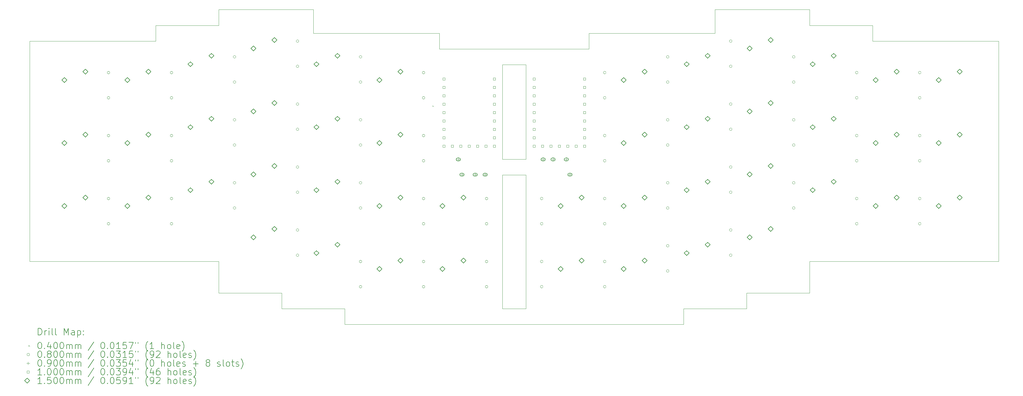
<source format=gbr>
%TF.GenerationSoftware,KiCad,Pcbnew,7.0.8*%
%TF.CreationDate,2023-12-05T18:43:20+09:00*%
%TF.ProjectId,Keyboard,4b657962-6f61-4726-942e-6b696361645f,rev?*%
%TF.SameCoordinates,Original*%
%TF.FileFunction,Drillmap*%
%TF.FilePolarity,Positive*%
%FSLAX45Y45*%
G04 Gerber Fmt 4.5, Leading zero omitted, Abs format (unit mm)*
G04 Created by KiCad (PCBNEW 7.0.8) date 2023-12-05 18:43:20*
%MOMM*%
%LPD*%
G01*
G04 APERTURE LIST*
%ADD10C,0.100000*%
%ADD11C,0.200000*%
%ADD12C,0.040000*%
%ADD13C,0.080000*%
%ADD14C,0.090000*%
%ADD15C,0.150000*%
G04 APERTURE END LIST*
D10*
X14763750Y-6429375D02*
X14763750Y-10477500D01*
X15478125Y-10477500D02*
X15478125Y-6429375D01*
X14763750Y-10477500D02*
X15478125Y-10477500D01*
X14763750Y-6429375D02*
X15478125Y-6429375D01*
X14763750Y-5953125D02*
X15478125Y-5953125D01*
X14763750Y-3095625D02*
X15478125Y-3095625D01*
X17383125Y-2143125D02*
X17383125Y-2619375D01*
X21193125Y-2143125D02*
X17383125Y-2143125D01*
X21193125Y-1428750D02*
X21193125Y-2143125D01*
X24050625Y-1428750D02*
X21193125Y-1428750D01*
X24050625Y-1905000D02*
X24050625Y-1428750D01*
X24288750Y-1905000D02*
X24050625Y-1905000D01*
X25955625Y-1905000D02*
X24288750Y-1905000D01*
X25955625Y-2381250D02*
X25955625Y-1905000D01*
X29765625Y-2381250D02*
X25955625Y-2381250D01*
X29765625Y-9048750D02*
X29765625Y-2381250D01*
X24050625Y-9048750D02*
X29765625Y-9048750D01*
X24050625Y-10001250D02*
X24050625Y-9048750D01*
X22145625Y-10001250D02*
X24050625Y-10001250D01*
X22145625Y-10477500D02*
X22145625Y-10001250D01*
X20240625Y-10477500D02*
X22145625Y-10477500D01*
X20240625Y-10953750D02*
X20240625Y-10477500D01*
X15478125Y-3095625D02*
X15478125Y-5953125D01*
X4286250Y-1905000D02*
X4286250Y-2381250D01*
X6191250Y-1428750D02*
X6191250Y-1905000D01*
X9048750Y-1666875D02*
X9048750Y-1428750D01*
X9048750Y-2143125D02*
X9048750Y-1666875D01*
X12858750Y-2143125D02*
X9048750Y-2143125D01*
X12858750Y-2619375D02*
X12858750Y-2143125D01*
X13096875Y-2619375D02*
X12858750Y-2619375D01*
X17383125Y-2619375D02*
X13096875Y-2619375D01*
X14763750Y-5953125D02*
X14763750Y-3095625D01*
X10001250Y-10953750D02*
X20240625Y-10953750D01*
X10001250Y-10477500D02*
X10001250Y-10953750D01*
X8096250Y-10477500D02*
X10001250Y-10477500D01*
X8096250Y-10001250D02*
X8096250Y-10477500D01*
X6191250Y-10001250D02*
X8096250Y-10001250D01*
X6191250Y-9048750D02*
X6191250Y-10001250D01*
X476250Y-9048750D02*
X6191250Y-9048750D01*
X476250Y-2381250D02*
X476250Y-9048750D01*
X952500Y-2381250D02*
X476250Y-2381250D01*
X6191250Y-1428750D02*
X9048750Y-1428750D01*
X4286250Y-1905000D02*
X6191250Y-1905000D01*
X952500Y-2381250D02*
X4286250Y-2381250D01*
D11*
D12*
X12647247Y-4325783D02*
X12687247Y-4365783D01*
X12687247Y-4325783D02*
X12647247Y-4365783D01*
D13*
X2897500Y-3333750D02*
G75*
G03*
X2897500Y-3333750I-40000J0D01*
G01*
X2897500Y-4095750D02*
G75*
G03*
X2897500Y-4095750I-40000J0D01*
G01*
X2897500Y-5238750D02*
G75*
G03*
X2897500Y-5238750I-40000J0D01*
G01*
X2897500Y-6000750D02*
G75*
G03*
X2897500Y-6000750I-40000J0D01*
G01*
X2897500Y-7143750D02*
G75*
G03*
X2897500Y-7143750I-40000J0D01*
G01*
X2897500Y-7905750D02*
G75*
G03*
X2897500Y-7905750I-40000J0D01*
G01*
X4802500Y-3333750D02*
G75*
G03*
X4802500Y-3333750I-40000J0D01*
G01*
X4802500Y-4095750D02*
G75*
G03*
X4802500Y-4095750I-40000J0D01*
G01*
X4802500Y-5238750D02*
G75*
G03*
X4802500Y-5238750I-40000J0D01*
G01*
X4802500Y-6000750D02*
G75*
G03*
X4802500Y-6000750I-40000J0D01*
G01*
X4802500Y-7143750D02*
G75*
G03*
X4802500Y-7143750I-40000J0D01*
G01*
X4802500Y-7905750D02*
G75*
G03*
X4802500Y-7905750I-40000J0D01*
G01*
X6707500Y-2857500D02*
G75*
G03*
X6707500Y-2857500I-40000J0D01*
G01*
X6707500Y-3619500D02*
G75*
G03*
X6707500Y-3619500I-40000J0D01*
G01*
X6707500Y-4762500D02*
G75*
G03*
X6707500Y-4762500I-40000J0D01*
G01*
X6707500Y-5524500D02*
G75*
G03*
X6707500Y-5524500I-40000J0D01*
G01*
X6707500Y-6667500D02*
G75*
G03*
X6707500Y-6667500I-40000J0D01*
G01*
X6707500Y-7429500D02*
G75*
G03*
X6707500Y-7429500I-40000J0D01*
G01*
X8612500Y-2381250D02*
G75*
G03*
X8612500Y-2381250I-40000J0D01*
G01*
X8612500Y-3143250D02*
G75*
G03*
X8612500Y-3143250I-40000J0D01*
G01*
X8612500Y-4286250D02*
G75*
G03*
X8612500Y-4286250I-40000J0D01*
G01*
X8612500Y-5048250D02*
G75*
G03*
X8612500Y-5048250I-40000J0D01*
G01*
X8612500Y-6191250D02*
G75*
G03*
X8612500Y-6191250I-40000J0D01*
G01*
X8612500Y-6953250D02*
G75*
G03*
X8612500Y-6953250I-40000J0D01*
G01*
X8612500Y-8096250D02*
G75*
G03*
X8612500Y-8096250I-40000J0D01*
G01*
X8612500Y-8858250D02*
G75*
G03*
X8612500Y-8858250I-40000J0D01*
G01*
X10517500Y-2857500D02*
G75*
G03*
X10517500Y-2857500I-40000J0D01*
G01*
X10517500Y-3619500D02*
G75*
G03*
X10517500Y-3619500I-40000J0D01*
G01*
X10517500Y-4762500D02*
G75*
G03*
X10517500Y-4762500I-40000J0D01*
G01*
X10517500Y-5524500D02*
G75*
G03*
X10517500Y-5524500I-40000J0D01*
G01*
X10517500Y-6667500D02*
G75*
G03*
X10517500Y-6667500I-40000J0D01*
G01*
X10517500Y-7429500D02*
G75*
G03*
X10517500Y-7429500I-40000J0D01*
G01*
X10517500Y-9048750D02*
G75*
G03*
X10517500Y-9048750I-40000J0D01*
G01*
X10517500Y-9810750D02*
G75*
G03*
X10517500Y-9810750I-40000J0D01*
G01*
X12422500Y-3333750D02*
G75*
G03*
X12422500Y-3333750I-40000J0D01*
G01*
X12422500Y-4095750D02*
G75*
G03*
X12422500Y-4095750I-40000J0D01*
G01*
X12422500Y-5238750D02*
G75*
G03*
X12422500Y-5238750I-40000J0D01*
G01*
X12422500Y-6000750D02*
G75*
G03*
X12422500Y-6000750I-40000J0D01*
G01*
X12422500Y-7143750D02*
G75*
G03*
X12422500Y-7143750I-40000J0D01*
G01*
X12422500Y-7905750D02*
G75*
G03*
X12422500Y-7905750I-40000J0D01*
G01*
X12422500Y-9048750D02*
G75*
G03*
X12422500Y-9048750I-40000J0D01*
G01*
X12422500Y-9810750D02*
G75*
G03*
X12422500Y-9810750I-40000J0D01*
G01*
X14327500Y-7143750D02*
G75*
G03*
X14327500Y-7143750I-40000J0D01*
G01*
X14327500Y-7905750D02*
G75*
G03*
X14327500Y-7905750I-40000J0D01*
G01*
X14327500Y-9048750D02*
G75*
G03*
X14327500Y-9048750I-40000J0D01*
G01*
X14327500Y-9810750D02*
G75*
G03*
X14327500Y-9810750I-40000J0D01*
G01*
X15994375Y-7143750D02*
G75*
G03*
X15994375Y-7143750I-40000J0D01*
G01*
X15994375Y-7905750D02*
G75*
G03*
X15994375Y-7905750I-40000J0D01*
G01*
X15994375Y-9048750D02*
G75*
G03*
X15994375Y-9048750I-40000J0D01*
G01*
X15994375Y-9810750D02*
G75*
G03*
X15994375Y-9810750I-40000J0D01*
G01*
X17899375Y-3333750D02*
G75*
G03*
X17899375Y-3333750I-40000J0D01*
G01*
X17899375Y-4095750D02*
G75*
G03*
X17899375Y-4095750I-40000J0D01*
G01*
X17899375Y-5238750D02*
G75*
G03*
X17899375Y-5238750I-40000J0D01*
G01*
X17899375Y-6000750D02*
G75*
G03*
X17899375Y-6000750I-40000J0D01*
G01*
X17899375Y-7143750D02*
G75*
G03*
X17899375Y-7143750I-40000J0D01*
G01*
X17899375Y-7905750D02*
G75*
G03*
X17899375Y-7905750I-40000J0D01*
G01*
X17899375Y-9048750D02*
G75*
G03*
X17899375Y-9048750I-40000J0D01*
G01*
X17899375Y-9810750D02*
G75*
G03*
X17899375Y-9810750I-40000J0D01*
G01*
X19804375Y-2857500D02*
G75*
G03*
X19804375Y-2857500I-40000J0D01*
G01*
X19804375Y-3619500D02*
G75*
G03*
X19804375Y-3619500I-40000J0D01*
G01*
X19804375Y-4762500D02*
G75*
G03*
X19804375Y-4762500I-40000J0D01*
G01*
X19804375Y-5524500D02*
G75*
G03*
X19804375Y-5524500I-40000J0D01*
G01*
X19804375Y-6667500D02*
G75*
G03*
X19804375Y-6667500I-40000J0D01*
G01*
X19804375Y-7429500D02*
G75*
G03*
X19804375Y-7429500I-40000J0D01*
G01*
X19804375Y-8572500D02*
G75*
G03*
X19804375Y-8572500I-40000J0D01*
G01*
X19804375Y-9334500D02*
G75*
G03*
X19804375Y-9334500I-40000J0D01*
G01*
X21709375Y-2381250D02*
G75*
G03*
X21709375Y-2381250I-40000J0D01*
G01*
X21709375Y-3143250D02*
G75*
G03*
X21709375Y-3143250I-40000J0D01*
G01*
X21709375Y-4286250D02*
G75*
G03*
X21709375Y-4286250I-40000J0D01*
G01*
X21709375Y-5048250D02*
G75*
G03*
X21709375Y-5048250I-40000J0D01*
G01*
X21709375Y-6191250D02*
G75*
G03*
X21709375Y-6191250I-40000J0D01*
G01*
X21709375Y-6953250D02*
G75*
G03*
X21709375Y-6953250I-40000J0D01*
G01*
X21709375Y-8096250D02*
G75*
G03*
X21709375Y-8096250I-40000J0D01*
G01*
X21709375Y-8858250D02*
G75*
G03*
X21709375Y-8858250I-40000J0D01*
G01*
X23614375Y-2857500D02*
G75*
G03*
X23614375Y-2857500I-40000J0D01*
G01*
X23614375Y-3619500D02*
G75*
G03*
X23614375Y-3619500I-40000J0D01*
G01*
X23614375Y-4762500D02*
G75*
G03*
X23614375Y-4762500I-40000J0D01*
G01*
X23614375Y-5524500D02*
G75*
G03*
X23614375Y-5524500I-40000J0D01*
G01*
X23614375Y-6667500D02*
G75*
G03*
X23614375Y-6667500I-40000J0D01*
G01*
X23614375Y-7429500D02*
G75*
G03*
X23614375Y-7429500I-40000J0D01*
G01*
X25519375Y-3333750D02*
G75*
G03*
X25519375Y-3333750I-40000J0D01*
G01*
X25519375Y-4095750D02*
G75*
G03*
X25519375Y-4095750I-40000J0D01*
G01*
X25519375Y-5238750D02*
G75*
G03*
X25519375Y-5238750I-40000J0D01*
G01*
X25519375Y-6000750D02*
G75*
G03*
X25519375Y-6000750I-40000J0D01*
G01*
X25519375Y-7143750D02*
G75*
G03*
X25519375Y-7143750I-40000J0D01*
G01*
X25519375Y-7905750D02*
G75*
G03*
X25519375Y-7905750I-40000J0D01*
G01*
X27424375Y-3333750D02*
G75*
G03*
X27424375Y-3333750I-40000J0D01*
G01*
X27424375Y-4095750D02*
G75*
G03*
X27424375Y-4095750I-40000J0D01*
G01*
X27424375Y-5238750D02*
G75*
G03*
X27424375Y-5238750I-40000J0D01*
G01*
X27424375Y-6000750D02*
G75*
G03*
X27424375Y-6000750I-40000J0D01*
G01*
X27424375Y-7143750D02*
G75*
G03*
X27424375Y-7143750I-40000J0D01*
G01*
X27424375Y-7905750D02*
G75*
G03*
X27424375Y-7905750I-40000J0D01*
G01*
D14*
X13433750Y-5916250D02*
X13433750Y-6006250D01*
X13388750Y-5961250D02*
X13478750Y-5961250D01*
D11*
X13453750Y-5916250D02*
X13413750Y-5916250D01*
X13413750Y-5916250D02*
G75*
G03*
X13413750Y-6006250I0J-45000D01*
G01*
X13413750Y-6006250D02*
X13453750Y-6006250D01*
X13453750Y-6006250D02*
G75*
G03*
X13453750Y-5916250I0J45000D01*
G01*
D14*
X13543750Y-6376250D02*
X13543750Y-6466250D01*
X13498750Y-6421250D02*
X13588750Y-6421250D01*
D11*
X13563750Y-6376250D02*
X13523750Y-6376250D01*
X13523750Y-6376250D02*
G75*
G03*
X13523750Y-6466250I0J-45000D01*
G01*
X13523750Y-6466250D02*
X13563750Y-6466250D01*
X13563750Y-6466250D02*
G75*
G03*
X13563750Y-6376250I0J45000D01*
G01*
D14*
X13943750Y-6376250D02*
X13943750Y-6466250D01*
X13898750Y-6421250D02*
X13988750Y-6421250D01*
D11*
X13963750Y-6376250D02*
X13923750Y-6376250D01*
X13923750Y-6376250D02*
G75*
G03*
X13923750Y-6466250I0J-45000D01*
G01*
X13923750Y-6466250D02*
X13963750Y-6466250D01*
X13963750Y-6466250D02*
G75*
G03*
X13963750Y-6376250I0J45000D01*
G01*
D14*
X14243750Y-6376250D02*
X14243750Y-6466250D01*
X14198750Y-6421250D02*
X14288750Y-6421250D01*
D11*
X14263750Y-6376250D02*
X14223750Y-6376250D01*
X14223750Y-6376250D02*
G75*
G03*
X14223750Y-6466250I0J-45000D01*
G01*
X14223750Y-6466250D02*
X14263750Y-6466250D01*
X14263750Y-6466250D02*
G75*
G03*
X14263750Y-6376250I0J45000D01*
G01*
D14*
X15998125Y-5916250D02*
X15998125Y-6006250D01*
X15953125Y-5961250D02*
X16043125Y-5961250D01*
D11*
X15978125Y-6006250D02*
X16018125Y-6006250D01*
X16018125Y-6006250D02*
G75*
G03*
X16018125Y-5916250I0J45000D01*
G01*
X16018125Y-5916250D02*
X15978125Y-5916250D01*
X15978125Y-5916250D02*
G75*
G03*
X15978125Y-6006250I0J-45000D01*
G01*
D14*
X16298125Y-5916250D02*
X16298125Y-6006250D01*
X16253125Y-5961250D02*
X16343125Y-5961250D01*
D11*
X16278125Y-6006250D02*
X16318125Y-6006250D01*
X16318125Y-6006250D02*
G75*
G03*
X16318125Y-5916250I0J45000D01*
G01*
X16318125Y-5916250D02*
X16278125Y-5916250D01*
X16278125Y-5916250D02*
G75*
G03*
X16278125Y-6006250I0J-45000D01*
G01*
D14*
X16698125Y-5916250D02*
X16698125Y-6006250D01*
X16653125Y-5961250D02*
X16743125Y-5961250D01*
D11*
X16678125Y-6006250D02*
X16718125Y-6006250D01*
X16718125Y-6006250D02*
G75*
G03*
X16718125Y-5916250I0J45000D01*
G01*
X16718125Y-5916250D02*
X16678125Y-5916250D01*
X16678125Y-5916250D02*
G75*
G03*
X16678125Y-6006250I0J-45000D01*
G01*
D14*
X16808125Y-6376250D02*
X16808125Y-6466250D01*
X16763125Y-6421250D02*
X16853125Y-6421250D01*
D11*
X16788125Y-6466250D02*
X16828125Y-6466250D01*
X16828125Y-6466250D02*
G75*
G03*
X16828125Y-6376250I0J45000D01*
G01*
X16828125Y-6376250D02*
X16788125Y-6376250D01*
X16788125Y-6376250D02*
G75*
G03*
X16788125Y-6466250I0J-45000D01*
G01*
D10*
X13032106Y-3559356D02*
X13032106Y-3488644D01*
X12961394Y-3488644D01*
X12961394Y-3559356D01*
X13032106Y-3559356D01*
X13032106Y-3813356D02*
X13032106Y-3742644D01*
X12961394Y-3742644D01*
X12961394Y-3813356D01*
X13032106Y-3813356D01*
X13032106Y-4067356D02*
X13032106Y-3996644D01*
X12961394Y-3996644D01*
X12961394Y-4067356D01*
X13032106Y-4067356D01*
X13032106Y-4321356D02*
X13032106Y-4250644D01*
X12961394Y-4250644D01*
X12961394Y-4321356D01*
X13032106Y-4321356D01*
X13032106Y-4575356D02*
X13032106Y-4504644D01*
X12961394Y-4504644D01*
X12961394Y-4575356D01*
X13032106Y-4575356D01*
X13032106Y-4829356D02*
X13032106Y-4758644D01*
X12961394Y-4758644D01*
X12961394Y-4829356D01*
X13032106Y-4829356D01*
X13032106Y-5083356D02*
X13032106Y-5012644D01*
X12961394Y-5012644D01*
X12961394Y-5083356D01*
X13032106Y-5083356D01*
X13032106Y-5337356D02*
X13032106Y-5266644D01*
X12961394Y-5266644D01*
X12961394Y-5337356D01*
X13032106Y-5337356D01*
X13032106Y-5591356D02*
X13032106Y-5520644D01*
X12961394Y-5520644D01*
X12961394Y-5591356D01*
X13032106Y-5591356D01*
X13286106Y-5591356D02*
X13286106Y-5520644D01*
X13215394Y-5520644D01*
X13215394Y-5591356D01*
X13286106Y-5591356D01*
X13540106Y-5591356D02*
X13540106Y-5520644D01*
X13469394Y-5520644D01*
X13469394Y-5591356D01*
X13540106Y-5591356D01*
X13794106Y-5591356D02*
X13794106Y-5520644D01*
X13723394Y-5520644D01*
X13723394Y-5591356D01*
X13794106Y-5591356D01*
X14048106Y-5591356D02*
X14048106Y-5520644D01*
X13977394Y-5520644D01*
X13977394Y-5591356D01*
X14048106Y-5591356D01*
X14302106Y-5591356D02*
X14302106Y-5520644D01*
X14231394Y-5520644D01*
X14231394Y-5591356D01*
X14302106Y-5591356D01*
X14556106Y-3559356D02*
X14556106Y-3488644D01*
X14485394Y-3488644D01*
X14485394Y-3559356D01*
X14556106Y-3559356D01*
X14556106Y-3813356D02*
X14556106Y-3742644D01*
X14485394Y-3742644D01*
X14485394Y-3813356D01*
X14556106Y-3813356D01*
X14556106Y-4067356D02*
X14556106Y-3996644D01*
X14485394Y-3996644D01*
X14485394Y-4067356D01*
X14556106Y-4067356D01*
X14556106Y-4321356D02*
X14556106Y-4250644D01*
X14485394Y-4250644D01*
X14485394Y-4321356D01*
X14556106Y-4321356D01*
X14556106Y-4575356D02*
X14556106Y-4504644D01*
X14485394Y-4504644D01*
X14485394Y-4575356D01*
X14556106Y-4575356D01*
X14556106Y-4829356D02*
X14556106Y-4758644D01*
X14485394Y-4758644D01*
X14485394Y-4829356D01*
X14556106Y-4829356D01*
X14556106Y-5083356D02*
X14556106Y-5012644D01*
X14485394Y-5012644D01*
X14485394Y-5083356D01*
X14556106Y-5083356D01*
X14556106Y-5337356D02*
X14556106Y-5266644D01*
X14485394Y-5266644D01*
X14485394Y-5337356D01*
X14556106Y-5337356D01*
X14556106Y-5591356D02*
X14556106Y-5520644D01*
X14485394Y-5520644D01*
X14485394Y-5591356D01*
X14556106Y-5591356D01*
X15756481Y-3559356D02*
X15756481Y-3488644D01*
X15685769Y-3488644D01*
X15685769Y-3559356D01*
X15756481Y-3559356D01*
X15756481Y-3813356D02*
X15756481Y-3742644D01*
X15685769Y-3742644D01*
X15685769Y-3813356D01*
X15756481Y-3813356D01*
X15756481Y-4067356D02*
X15756481Y-3996644D01*
X15685769Y-3996644D01*
X15685769Y-4067356D01*
X15756481Y-4067356D01*
X15756481Y-4321356D02*
X15756481Y-4250644D01*
X15685769Y-4250644D01*
X15685769Y-4321356D01*
X15756481Y-4321356D01*
X15756481Y-4575356D02*
X15756481Y-4504644D01*
X15685769Y-4504644D01*
X15685769Y-4575356D01*
X15756481Y-4575356D01*
X15756481Y-4829356D02*
X15756481Y-4758644D01*
X15685769Y-4758644D01*
X15685769Y-4829356D01*
X15756481Y-4829356D01*
X15756481Y-5083356D02*
X15756481Y-5012644D01*
X15685769Y-5012644D01*
X15685769Y-5083356D01*
X15756481Y-5083356D01*
X15756481Y-5337356D02*
X15756481Y-5266644D01*
X15685769Y-5266644D01*
X15685769Y-5337356D01*
X15756481Y-5337356D01*
X15756481Y-5591356D02*
X15756481Y-5520644D01*
X15685769Y-5520644D01*
X15685769Y-5591356D01*
X15756481Y-5591356D01*
X16010481Y-5591356D02*
X16010481Y-5520644D01*
X15939769Y-5520644D01*
X15939769Y-5591356D01*
X16010481Y-5591356D01*
X16264481Y-5591356D02*
X16264481Y-5520644D01*
X16193769Y-5520644D01*
X16193769Y-5591356D01*
X16264481Y-5591356D01*
X16518481Y-5591356D02*
X16518481Y-5520644D01*
X16447769Y-5520644D01*
X16447769Y-5591356D01*
X16518481Y-5591356D01*
X16772481Y-5591356D02*
X16772481Y-5520644D01*
X16701769Y-5520644D01*
X16701769Y-5591356D01*
X16772481Y-5591356D01*
X17026481Y-5591356D02*
X17026481Y-5520644D01*
X16955769Y-5520644D01*
X16955769Y-5591356D01*
X17026481Y-5591356D01*
X17280481Y-3559356D02*
X17280481Y-3488644D01*
X17209769Y-3488644D01*
X17209769Y-3559356D01*
X17280481Y-3559356D01*
X17280481Y-3813356D02*
X17280481Y-3742644D01*
X17209769Y-3742644D01*
X17209769Y-3813356D01*
X17280481Y-3813356D01*
X17280481Y-4067356D02*
X17280481Y-3996644D01*
X17209769Y-3996644D01*
X17209769Y-4067356D01*
X17280481Y-4067356D01*
X17280481Y-4321356D02*
X17280481Y-4250644D01*
X17209769Y-4250644D01*
X17209769Y-4321356D01*
X17280481Y-4321356D01*
X17280481Y-4575356D02*
X17280481Y-4504644D01*
X17209769Y-4504644D01*
X17209769Y-4575356D01*
X17280481Y-4575356D01*
X17280481Y-4829356D02*
X17280481Y-4758644D01*
X17209769Y-4758644D01*
X17209769Y-4829356D01*
X17280481Y-4829356D01*
X17280481Y-5083356D02*
X17280481Y-5012644D01*
X17209769Y-5012644D01*
X17209769Y-5083356D01*
X17280481Y-5083356D01*
X17280481Y-5337356D02*
X17280481Y-5266644D01*
X17209769Y-5266644D01*
X17209769Y-5337356D01*
X17280481Y-5337356D01*
X17280481Y-5591356D02*
X17280481Y-5520644D01*
X17209769Y-5520644D01*
X17209769Y-5591356D01*
X17280481Y-5591356D01*
D15*
X1524000Y-3631000D02*
X1599000Y-3556000D01*
X1524000Y-3481000D01*
X1449000Y-3556000D01*
X1524000Y-3631000D01*
X1524000Y-5536000D02*
X1599000Y-5461000D01*
X1524000Y-5386000D01*
X1449000Y-5461000D01*
X1524000Y-5536000D01*
X1524000Y-7441000D02*
X1599000Y-7366000D01*
X1524000Y-7291000D01*
X1449000Y-7366000D01*
X1524000Y-7441000D01*
X2159000Y-3377000D02*
X2234000Y-3302000D01*
X2159000Y-3227000D01*
X2084000Y-3302000D01*
X2159000Y-3377000D01*
X2159000Y-5282000D02*
X2234000Y-5207000D01*
X2159000Y-5132000D01*
X2084000Y-5207000D01*
X2159000Y-5282000D01*
X2159000Y-7187000D02*
X2234000Y-7112000D01*
X2159000Y-7037000D01*
X2084000Y-7112000D01*
X2159000Y-7187000D01*
X3429000Y-3631000D02*
X3504000Y-3556000D01*
X3429000Y-3481000D01*
X3354000Y-3556000D01*
X3429000Y-3631000D01*
X3429000Y-5536000D02*
X3504000Y-5461000D01*
X3429000Y-5386000D01*
X3354000Y-5461000D01*
X3429000Y-5536000D01*
X3429000Y-7441000D02*
X3504000Y-7366000D01*
X3429000Y-7291000D01*
X3354000Y-7366000D01*
X3429000Y-7441000D01*
X4064000Y-3377000D02*
X4139000Y-3302000D01*
X4064000Y-3227000D01*
X3989000Y-3302000D01*
X4064000Y-3377000D01*
X4064000Y-5282000D02*
X4139000Y-5207000D01*
X4064000Y-5132000D01*
X3989000Y-5207000D01*
X4064000Y-5282000D01*
X4064000Y-7187000D02*
X4139000Y-7112000D01*
X4064000Y-7037000D01*
X3989000Y-7112000D01*
X4064000Y-7187000D01*
X5334000Y-3154750D02*
X5409000Y-3079750D01*
X5334000Y-3004750D01*
X5259000Y-3079750D01*
X5334000Y-3154750D01*
X5334000Y-5059750D02*
X5409000Y-4984750D01*
X5334000Y-4909750D01*
X5259000Y-4984750D01*
X5334000Y-5059750D01*
X5334000Y-6964750D02*
X5409000Y-6889750D01*
X5334000Y-6814750D01*
X5259000Y-6889750D01*
X5334000Y-6964750D01*
X5969000Y-2900750D02*
X6044000Y-2825750D01*
X5969000Y-2750750D01*
X5894000Y-2825750D01*
X5969000Y-2900750D01*
X5969000Y-4805750D02*
X6044000Y-4730750D01*
X5969000Y-4655750D01*
X5894000Y-4730750D01*
X5969000Y-4805750D01*
X5969000Y-6710750D02*
X6044000Y-6635750D01*
X5969000Y-6560750D01*
X5894000Y-6635750D01*
X5969000Y-6710750D01*
X7239000Y-2678500D02*
X7314000Y-2603500D01*
X7239000Y-2528500D01*
X7164000Y-2603500D01*
X7239000Y-2678500D01*
X7239000Y-4583500D02*
X7314000Y-4508500D01*
X7239000Y-4433500D01*
X7164000Y-4508500D01*
X7239000Y-4583500D01*
X7239000Y-6488500D02*
X7314000Y-6413500D01*
X7239000Y-6338500D01*
X7164000Y-6413500D01*
X7239000Y-6488500D01*
X7239000Y-8393500D02*
X7314000Y-8318500D01*
X7239000Y-8243500D01*
X7164000Y-8318500D01*
X7239000Y-8393500D01*
X7874000Y-2424500D02*
X7949000Y-2349500D01*
X7874000Y-2274500D01*
X7799000Y-2349500D01*
X7874000Y-2424500D01*
X7874000Y-4329500D02*
X7949000Y-4254500D01*
X7874000Y-4179500D01*
X7799000Y-4254500D01*
X7874000Y-4329500D01*
X7874000Y-6234500D02*
X7949000Y-6159500D01*
X7874000Y-6084500D01*
X7799000Y-6159500D01*
X7874000Y-6234500D01*
X7874000Y-8139500D02*
X7949000Y-8064500D01*
X7874000Y-7989500D01*
X7799000Y-8064500D01*
X7874000Y-8139500D01*
X9144000Y-3154750D02*
X9219000Y-3079750D01*
X9144000Y-3004750D01*
X9069000Y-3079750D01*
X9144000Y-3154750D01*
X9144000Y-5059750D02*
X9219000Y-4984750D01*
X9144000Y-4909750D01*
X9069000Y-4984750D01*
X9144000Y-5059750D01*
X9144000Y-6964750D02*
X9219000Y-6889750D01*
X9144000Y-6814750D01*
X9069000Y-6889750D01*
X9144000Y-6964750D01*
X9144000Y-8869750D02*
X9219000Y-8794750D01*
X9144000Y-8719750D01*
X9069000Y-8794750D01*
X9144000Y-8869750D01*
X9779000Y-2900750D02*
X9854000Y-2825750D01*
X9779000Y-2750750D01*
X9704000Y-2825750D01*
X9779000Y-2900750D01*
X9779000Y-4805750D02*
X9854000Y-4730750D01*
X9779000Y-4655750D01*
X9704000Y-4730750D01*
X9779000Y-4805750D01*
X9779000Y-6710750D02*
X9854000Y-6635750D01*
X9779000Y-6560750D01*
X9704000Y-6635750D01*
X9779000Y-6710750D01*
X9779000Y-8615750D02*
X9854000Y-8540750D01*
X9779000Y-8465750D01*
X9704000Y-8540750D01*
X9779000Y-8615750D01*
X11049000Y-3631000D02*
X11124000Y-3556000D01*
X11049000Y-3481000D01*
X10974000Y-3556000D01*
X11049000Y-3631000D01*
X11049000Y-5536000D02*
X11124000Y-5461000D01*
X11049000Y-5386000D01*
X10974000Y-5461000D01*
X11049000Y-5536000D01*
X11049000Y-7441000D02*
X11124000Y-7366000D01*
X11049000Y-7291000D01*
X10974000Y-7366000D01*
X11049000Y-7441000D01*
X11049000Y-9346000D02*
X11124000Y-9271000D01*
X11049000Y-9196000D01*
X10974000Y-9271000D01*
X11049000Y-9346000D01*
X11684000Y-3377000D02*
X11759000Y-3302000D01*
X11684000Y-3227000D01*
X11609000Y-3302000D01*
X11684000Y-3377000D01*
X11684000Y-5282000D02*
X11759000Y-5207000D01*
X11684000Y-5132000D01*
X11609000Y-5207000D01*
X11684000Y-5282000D01*
X11684000Y-7187000D02*
X11759000Y-7112000D01*
X11684000Y-7037000D01*
X11609000Y-7112000D01*
X11684000Y-7187000D01*
X11684000Y-9092000D02*
X11759000Y-9017000D01*
X11684000Y-8942000D01*
X11609000Y-9017000D01*
X11684000Y-9092000D01*
X12954000Y-7441000D02*
X13029000Y-7366000D01*
X12954000Y-7291000D01*
X12879000Y-7366000D01*
X12954000Y-7441000D01*
X12954000Y-9346000D02*
X13029000Y-9271000D01*
X12954000Y-9196000D01*
X12879000Y-9271000D01*
X12954000Y-9346000D01*
X13589000Y-7187000D02*
X13664000Y-7112000D01*
X13589000Y-7037000D01*
X13514000Y-7112000D01*
X13589000Y-7187000D01*
X13589000Y-9092000D02*
X13664000Y-9017000D01*
X13589000Y-8942000D01*
X13514000Y-9017000D01*
X13589000Y-9092000D01*
X16525875Y-7441000D02*
X16600875Y-7366000D01*
X16525875Y-7291000D01*
X16450875Y-7366000D01*
X16525875Y-7441000D01*
X16525875Y-9346000D02*
X16600875Y-9271000D01*
X16525875Y-9196000D01*
X16450875Y-9271000D01*
X16525875Y-9346000D01*
X17160875Y-7187000D02*
X17235875Y-7112000D01*
X17160875Y-7037000D01*
X17085875Y-7112000D01*
X17160875Y-7187000D01*
X17160875Y-9092000D02*
X17235875Y-9017000D01*
X17160875Y-8942000D01*
X17085875Y-9017000D01*
X17160875Y-9092000D01*
X18430875Y-3631000D02*
X18505875Y-3556000D01*
X18430875Y-3481000D01*
X18355875Y-3556000D01*
X18430875Y-3631000D01*
X18430875Y-5536000D02*
X18505875Y-5461000D01*
X18430875Y-5386000D01*
X18355875Y-5461000D01*
X18430875Y-5536000D01*
X18430875Y-7441000D02*
X18505875Y-7366000D01*
X18430875Y-7291000D01*
X18355875Y-7366000D01*
X18430875Y-7441000D01*
X18430875Y-9346000D02*
X18505875Y-9271000D01*
X18430875Y-9196000D01*
X18355875Y-9271000D01*
X18430875Y-9346000D01*
X19065875Y-3377000D02*
X19140875Y-3302000D01*
X19065875Y-3227000D01*
X18990875Y-3302000D01*
X19065875Y-3377000D01*
X19065875Y-5282000D02*
X19140875Y-5207000D01*
X19065875Y-5132000D01*
X18990875Y-5207000D01*
X19065875Y-5282000D01*
X19065875Y-7187000D02*
X19140875Y-7112000D01*
X19065875Y-7037000D01*
X18990875Y-7112000D01*
X19065875Y-7187000D01*
X19065875Y-9092000D02*
X19140875Y-9017000D01*
X19065875Y-8942000D01*
X18990875Y-9017000D01*
X19065875Y-9092000D01*
X20335875Y-3154750D02*
X20410875Y-3079750D01*
X20335875Y-3004750D01*
X20260875Y-3079750D01*
X20335875Y-3154750D01*
X20335875Y-5059750D02*
X20410875Y-4984750D01*
X20335875Y-4909750D01*
X20260875Y-4984750D01*
X20335875Y-5059750D01*
X20335875Y-6964750D02*
X20410875Y-6889750D01*
X20335875Y-6814750D01*
X20260875Y-6889750D01*
X20335875Y-6964750D01*
X20335875Y-8869750D02*
X20410875Y-8794750D01*
X20335875Y-8719750D01*
X20260875Y-8794750D01*
X20335875Y-8869750D01*
X20970875Y-2900750D02*
X21045875Y-2825750D01*
X20970875Y-2750750D01*
X20895875Y-2825750D01*
X20970875Y-2900750D01*
X20970875Y-4805750D02*
X21045875Y-4730750D01*
X20970875Y-4655750D01*
X20895875Y-4730750D01*
X20970875Y-4805750D01*
X20970875Y-6710750D02*
X21045875Y-6635750D01*
X20970875Y-6560750D01*
X20895875Y-6635750D01*
X20970875Y-6710750D01*
X20970875Y-8615750D02*
X21045875Y-8540750D01*
X20970875Y-8465750D01*
X20895875Y-8540750D01*
X20970875Y-8615750D01*
X22240875Y-2678500D02*
X22315875Y-2603500D01*
X22240875Y-2528500D01*
X22165875Y-2603500D01*
X22240875Y-2678500D01*
X22240875Y-4583500D02*
X22315875Y-4508500D01*
X22240875Y-4433500D01*
X22165875Y-4508500D01*
X22240875Y-4583500D01*
X22240875Y-6488500D02*
X22315875Y-6413500D01*
X22240875Y-6338500D01*
X22165875Y-6413500D01*
X22240875Y-6488500D01*
X22240875Y-8393500D02*
X22315875Y-8318500D01*
X22240875Y-8243500D01*
X22165875Y-8318500D01*
X22240875Y-8393500D01*
X22875875Y-2424500D02*
X22950875Y-2349500D01*
X22875875Y-2274500D01*
X22800875Y-2349500D01*
X22875875Y-2424500D01*
X22875875Y-4329500D02*
X22950875Y-4254500D01*
X22875875Y-4179500D01*
X22800875Y-4254500D01*
X22875875Y-4329500D01*
X22875875Y-6234500D02*
X22950875Y-6159500D01*
X22875875Y-6084500D01*
X22800875Y-6159500D01*
X22875875Y-6234500D01*
X22875875Y-8139500D02*
X22950875Y-8064500D01*
X22875875Y-7989500D01*
X22800875Y-8064500D01*
X22875875Y-8139500D01*
X24145875Y-3154750D02*
X24220875Y-3079750D01*
X24145875Y-3004750D01*
X24070875Y-3079750D01*
X24145875Y-3154750D01*
X24145875Y-5059750D02*
X24220875Y-4984750D01*
X24145875Y-4909750D01*
X24070875Y-4984750D01*
X24145875Y-5059750D01*
X24145875Y-6964750D02*
X24220875Y-6889750D01*
X24145875Y-6814750D01*
X24070875Y-6889750D01*
X24145875Y-6964750D01*
X24780875Y-2900750D02*
X24855875Y-2825750D01*
X24780875Y-2750750D01*
X24705875Y-2825750D01*
X24780875Y-2900750D01*
X24780875Y-4805750D02*
X24855875Y-4730750D01*
X24780875Y-4655750D01*
X24705875Y-4730750D01*
X24780875Y-4805750D01*
X24780875Y-6710750D02*
X24855875Y-6635750D01*
X24780875Y-6560750D01*
X24705875Y-6635750D01*
X24780875Y-6710750D01*
X26050875Y-3631000D02*
X26125875Y-3556000D01*
X26050875Y-3481000D01*
X25975875Y-3556000D01*
X26050875Y-3631000D01*
X26050875Y-5536000D02*
X26125875Y-5461000D01*
X26050875Y-5386000D01*
X25975875Y-5461000D01*
X26050875Y-5536000D01*
X26050875Y-7441000D02*
X26125875Y-7366000D01*
X26050875Y-7291000D01*
X25975875Y-7366000D01*
X26050875Y-7441000D01*
X26685875Y-3377000D02*
X26760875Y-3302000D01*
X26685875Y-3227000D01*
X26610875Y-3302000D01*
X26685875Y-3377000D01*
X26685875Y-5282000D02*
X26760875Y-5207000D01*
X26685875Y-5132000D01*
X26610875Y-5207000D01*
X26685875Y-5282000D01*
X26685875Y-7187000D02*
X26760875Y-7112000D01*
X26685875Y-7037000D01*
X26610875Y-7112000D01*
X26685875Y-7187000D01*
X27955875Y-3631000D02*
X28030875Y-3556000D01*
X27955875Y-3481000D01*
X27880875Y-3556000D01*
X27955875Y-3631000D01*
X27955875Y-5536000D02*
X28030875Y-5461000D01*
X27955875Y-5386000D01*
X27880875Y-5461000D01*
X27955875Y-5536000D01*
X27955875Y-7441000D02*
X28030875Y-7366000D01*
X27955875Y-7291000D01*
X27880875Y-7366000D01*
X27955875Y-7441000D01*
X28590875Y-3377000D02*
X28665875Y-3302000D01*
X28590875Y-3227000D01*
X28515875Y-3302000D01*
X28590875Y-3377000D01*
X28590875Y-5282000D02*
X28665875Y-5207000D01*
X28590875Y-5132000D01*
X28515875Y-5207000D01*
X28590875Y-5282000D01*
X28590875Y-7187000D02*
X28665875Y-7112000D01*
X28590875Y-7037000D01*
X28515875Y-7112000D01*
X28590875Y-7187000D01*
D11*
X732027Y-11270234D02*
X732027Y-11070234D01*
X732027Y-11070234D02*
X779646Y-11070234D01*
X779646Y-11070234D02*
X808217Y-11079758D01*
X808217Y-11079758D02*
X827265Y-11098805D01*
X827265Y-11098805D02*
X836789Y-11117853D01*
X836789Y-11117853D02*
X846312Y-11155948D01*
X846312Y-11155948D02*
X846312Y-11184520D01*
X846312Y-11184520D02*
X836789Y-11222615D01*
X836789Y-11222615D02*
X827265Y-11241662D01*
X827265Y-11241662D02*
X808217Y-11260710D01*
X808217Y-11260710D02*
X779646Y-11270234D01*
X779646Y-11270234D02*
X732027Y-11270234D01*
X932027Y-11270234D02*
X932027Y-11136900D01*
X932027Y-11174996D02*
X941551Y-11155948D01*
X941551Y-11155948D02*
X951074Y-11146424D01*
X951074Y-11146424D02*
X970122Y-11136900D01*
X970122Y-11136900D02*
X989170Y-11136900D01*
X1055836Y-11270234D02*
X1055836Y-11136900D01*
X1055836Y-11070234D02*
X1046312Y-11079758D01*
X1046312Y-11079758D02*
X1055836Y-11089281D01*
X1055836Y-11089281D02*
X1065360Y-11079758D01*
X1065360Y-11079758D02*
X1055836Y-11070234D01*
X1055836Y-11070234D02*
X1055836Y-11089281D01*
X1179646Y-11270234D02*
X1160598Y-11260710D01*
X1160598Y-11260710D02*
X1151074Y-11241662D01*
X1151074Y-11241662D02*
X1151074Y-11070234D01*
X1284408Y-11270234D02*
X1265360Y-11260710D01*
X1265360Y-11260710D02*
X1255836Y-11241662D01*
X1255836Y-11241662D02*
X1255836Y-11070234D01*
X1512979Y-11270234D02*
X1512979Y-11070234D01*
X1512979Y-11070234D02*
X1579646Y-11213091D01*
X1579646Y-11213091D02*
X1646312Y-11070234D01*
X1646312Y-11070234D02*
X1646312Y-11270234D01*
X1827265Y-11270234D02*
X1827265Y-11165472D01*
X1827265Y-11165472D02*
X1817741Y-11146424D01*
X1817741Y-11146424D02*
X1798693Y-11136900D01*
X1798693Y-11136900D02*
X1760598Y-11136900D01*
X1760598Y-11136900D02*
X1741551Y-11146424D01*
X1827265Y-11260710D02*
X1808217Y-11270234D01*
X1808217Y-11270234D02*
X1760598Y-11270234D01*
X1760598Y-11270234D02*
X1741551Y-11260710D01*
X1741551Y-11260710D02*
X1732027Y-11241662D01*
X1732027Y-11241662D02*
X1732027Y-11222615D01*
X1732027Y-11222615D02*
X1741551Y-11203567D01*
X1741551Y-11203567D02*
X1760598Y-11194043D01*
X1760598Y-11194043D02*
X1808217Y-11194043D01*
X1808217Y-11194043D02*
X1827265Y-11184520D01*
X1922503Y-11136900D02*
X1922503Y-11336900D01*
X1922503Y-11146424D02*
X1941551Y-11136900D01*
X1941551Y-11136900D02*
X1979646Y-11136900D01*
X1979646Y-11136900D02*
X1998693Y-11146424D01*
X1998693Y-11146424D02*
X2008217Y-11155948D01*
X2008217Y-11155948D02*
X2017741Y-11174996D01*
X2017741Y-11174996D02*
X2017741Y-11232138D01*
X2017741Y-11232138D02*
X2008217Y-11251186D01*
X2008217Y-11251186D02*
X1998693Y-11260710D01*
X1998693Y-11260710D02*
X1979646Y-11270234D01*
X1979646Y-11270234D02*
X1941551Y-11270234D01*
X1941551Y-11270234D02*
X1922503Y-11260710D01*
X2103455Y-11251186D02*
X2112979Y-11260710D01*
X2112979Y-11260710D02*
X2103455Y-11270234D01*
X2103455Y-11270234D02*
X2093932Y-11260710D01*
X2093932Y-11260710D02*
X2103455Y-11251186D01*
X2103455Y-11251186D02*
X2103455Y-11270234D01*
X2103455Y-11146424D02*
X2112979Y-11155948D01*
X2112979Y-11155948D02*
X2103455Y-11165472D01*
X2103455Y-11165472D02*
X2093932Y-11155948D01*
X2093932Y-11155948D02*
X2103455Y-11146424D01*
X2103455Y-11146424D02*
X2103455Y-11165472D01*
D12*
X431250Y-11578750D02*
X471250Y-11618750D01*
X471250Y-11578750D02*
X431250Y-11618750D01*
D11*
X770122Y-11490234D02*
X789170Y-11490234D01*
X789170Y-11490234D02*
X808217Y-11499758D01*
X808217Y-11499758D02*
X817741Y-11509281D01*
X817741Y-11509281D02*
X827265Y-11528329D01*
X827265Y-11528329D02*
X836789Y-11566424D01*
X836789Y-11566424D02*
X836789Y-11614043D01*
X836789Y-11614043D02*
X827265Y-11652138D01*
X827265Y-11652138D02*
X817741Y-11671186D01*
X817741Y-11671186D02*
X808217Y-11680710D01*
X808217Y-11680710D02*
X789170Y-11690234D01*
X789170Y-11690234D02*
X770122Y-11690234D01*
X770122Y-11690234D02*
X751074Y-11680710D01*
X751074Y-11680710D02*
X741551Y-11671186D01*
X741551Y-11671186D02*
X732027Y-11652138D01*
X732027Y-11652138D02*
X722503Y-11614043D01*
X722503Y-11614043D02*
X722503Y-11566424D01*
X722503Y-11566424D02*
X732027Y-11528329D01*
X732027Y-11528329D02*
X741551Y-11509281D01*
X741551Y-11509281D02*
X751074Y-11499758D01*
X751074Y-11499758D02*
X770122Y-11490234D01*
X922503Y-11671186D02*
X932027Y-11680710D01*
X932027Y-11680710D02*
X922503Y-11690234D01*
X922503Y-11690234D02*
X912979Y-11680710D01*
X912979Y-11680710D02*
X922503Y-11671186D01*
X922503Y-11671186D02*
X922503Y-11690234D01*
X1103455Y-11556900D02*
X1103455Y-11690234D01*
X1055836Y-11480710D02*
X1008217Y-11623567D01*
X1008217Y-11623567D02*
X1132027Y-11623567D01*
X1246313Y-11490234D02*
X1265360Y-11490234D01*
X1265360Y-11490234D02*
X1284408Y-11499758D01*
X1284408Y-11499758D02*
X1293932Y-11509281D01*
X1293932Y-11509281D02*
X1303455Y-11528329D01*
X1303455Y-11528329D02*
X1312979Y-11566424D01*
X1312979Y-11566424D02*
X1312979Y-11614043D01*
X1312979Y-11614043D02*
X1303455Y-11652138D01*
X1303455Y-11652138D02*
X1293932Y-11671186D01*
X1293932Y-11671186D02*
X1284408Y-11680710D01*
X1284408Y-11680710D02*
X1265360Y-11690234D01*
X1265360Y-11690234D02*
X1246313Y-11690234D01*
X1246313Y-11690234D02*
X1227265Y-11680710D01*
X1227265Y-11680710D02*
X1217741Y-11671186D01*
X1217741Y-11671186D02*
X1208217Y-11652138D01*
X1208217Y-11652138D02*
X1198694Y-11614043D01*
X1198694Y-11614043D02*
X1198694Y-11566424D01*
X1198694Y-11566424D02*
X1208217Y-11528329D01*
X1208217Y-11528329D02*
X1217741Y-11509281D01*
X1217741Y-11509281D02*
X1227265Y-11499758D01*
X1227265Y-11499758D02*
X1246313Y-11490234D01*
X1436789Y-11490234D02*
X1455836Y-11490234D01*
X1455836Y-11490234D02*
X1474884Y-11499758D01*
X1474884Y-11499758D02*
X1484408Y-11509281D01*
X1484408Y-11509281D02*
X1493932Y-11528329D01*
X1493932Y-11528329D02*
X1503455Y-11566424D01*
X1503455Y-11566424D02*
X1503455Y-11614043D01*
X1503455Y-11614043D02*
X1493932Y-11652138D01*
X1493932Y-11652138D02*
X1484408Y-11671186D01*
X1484408Y-11671186D02*
X1474884Y-11680710D01*
X1474884Y-11680710D02*
X1455836Y-11690234D01*
X1455836Y-11690234D02*
X1436789Y-11690234D01*
X1436789Y-11690234D02*
X1417741Y-11680710D01*
X1417741Y-11680710D02*
X1408217Y-11671186D01*
X1408217Y-11671186D02*
X1398693Y-11652138D01*
X1398693Y-11652138D02*
X1389170Y-11614043D01*
X1389170Y-11614043D02*
X1389170Y-11566424D01*
X1389170Y-11566424D02*
X1398693Y-11528329D01*
X1398693Y-11528329D02*
X1408217Y-11509281D01*
X1408217Y-11509281D02*
X1417741Y-11499758D01*
X1417741Y-11499758D02*
X1436789Y-11490234D01*
X1589170Y-11690234D02*
X1589170Y-11556900D01*
X1589170Y-11575948D02*
X1598693Y-11566424D01*
X1598693Y-11566424D02*
X1617741Y-11556900D01*
X1617741Y-11556900D02*
X1646313Y-11556900D01*
X1646313Y-11556900D02*
X1665360Y-11566424D01*
X1665360Y-11566424D02*
X1674884Y-11585472D01*
X1674884Y-11585472D02*
X1674884Y-11690234D01*
X1674884Y-11585472D02*
X1684408Y-11566424D01*
X1684408Y-11566424D02*
X1703455Y-11556900D01*
X1703455Y-11556900D02*
X1732027Y-11556900D01*
X1732027Y-11556900D02*
X1751074Y-11566424D01*
X1751074Y-11566424D02*
X1760598Y-11585472D01*
X1760598Y-11585472D02*
X1760598Y-11690234D01*
X1855836Y-11690234D02*
X1855836Y-11556900D01*
X1855836Y-11575948D02*
X1865360Y-11566424D01*
X1865360Y-11566424D02*
X1884408Y-11556900D01*
X1884408Y-11556900D02*
X1912979Y-11556900D01*
X1912979Y-11556900D02*
X1932027Y-11566424D01*
X1932027Y-11566424D02*
X1941551Y-11585472D01*
X1941551Y-11585472D02*
X1941551Y-11690234D01*
X1941551Y-11585472D02*
X1951074Y-11566424D01*
X1951074Y-11566424D02*
X1970122Y-11556900D01*
X1970122Y-11556900D02*
X1998693Y-11556900D01*
X1998693Y-11556900D02*
X2017741Y-11566424D01*
X2017741Y-11566424D02*
X2027265Y-11585472D01*
X2027265Y-11585472D02*
X2027265Y-11690234D01*
X2417741Y-11480710D02*
X2246313Y-11737853D01*
X2674884Y-11490234D02*
X2693932Y-11490234D01*
X2693932Y-11490234D02*
X2712979Y-11499758D01*
X2712979Y-11499758D02*
X2722503Y-11509281D01*
X2722503Y-11509281D02*
X2732027Y-11528329D01*
X2732027Y-11528329D02*
X2741551Y-11566424D01*
X2741551Y-11566424D02*
X2741551Y-11614043D01*
X2741551Y-11614043D02*
X2732027Y-11652138D01*
X2732027Y-11652138D02*
X2722503Y-11671186D01*
X2722503Y-11671186D02*
X2712979Y-11680710D01*
X2712979Y-11680710D02*
X2693932Y-11690234D01*
X2693932Y-11690234D02*
X2674884Y-11690234D01*
X2674884Y-11690234D02*
X2655837Y-11680710D01*
X2655837Y-11680710D02*
X2646313Y-11671186D01*
X2646313Y-11671186D02*
X2636789Y-11652138D01*
X2636789Y-11652138D02*
X2627265Y-11614043D01*
X2627265Y-11614043D02*
X2627265Y-11566424D01*
X2627265Y-11566424D02*
X2636789Y-11528329D01*
X2636789Y-11528329D02*
X2646313Y-11509281D01*
X2646313Y-11509281D02*
X2655837Y-11499758D01*
X2655837Y-11499758D02*
X2674884Y-11490234D01*
X2827265Y-11671186D02*
X2836789Y-11680710D01*
X2836789Y-11680710D02*
X2827265Y-11690234D01*
X2827265Y-11690234D02*
X2817741Y-11680710D01*
X2817741Y-11680710D02*
X2827265Y-11671186D01*
X2827265Y-11671186D02*
X2827265Y-11690234D01*
X2960598Y-11490234D02*
X2979646Y-11490234D01*
X2979646Y-11490234D02*
X2998694Y-11499758D01*
X2998694Y-11499758D02*
X3008217Y-11509281D01*
X3008217Y-11509281D02*
X3017741Y-11528329D01*
X3017741Y-11528329D02*
X3027265Y-11566424D01*
X3027265Y-11566424D02*
X3027265Y-11614043D01*
X3027265Y-11614043D02*
X3017741Y-11652138D01*
X3017741Y-11652138D02*
X3008217Y-11671186D01*
X3008217Y-11671186D02*
X2998694Y-11680710D01*
X2998694Y-11680710D02*
X2979646Y-11690234D01*
X2979646Y-11690234D02*
X2960598Y-11690234D01*
X2960598Y-11690234D02*
X2941551Y-11680710D01*
X2941551Y-11680710D02*
X2932027Y-11671186D01*
X2932027Y-11671186D02*
X2922503Y-11652138D01*
X2922503Y-11652138D02*
X2912979Y-11614043D01*
X2912979Y-11614043D02*
X2912979Y-11566424D01*
X2912979Y-11566424D02*
X2922503Y-11528329D01*
X2922503Y-11528329D02*
X2932027Y-11509281D01*
X2932027Y-11509281D02*
X2941551Y-11499758D01*
X2941551Y-11499758D02*
X2960598Y-11490234D01*
X3217741Y-11690234D02*
X3103456Y-11690234D01*
X3160598Y-11690234D02*
X3160598Y-11490234D01*
X3160598Y-11490234D02*
X3141551Y-11518805D01*
X3141551Y-11518805D02*
X3122503Y-11537853D01*
X3122503Y-11537853D02*
X3103456Y-11547377D01*
X3398694Y-11490234D02*
X3303456Y-11490234D01*
X3303456Y-11490234D02*
X3293932Y-11585472D01*
X3293932Y-11585472D02*
X3303456Y-11575948D01*
X3303456Y-11575948D02*
X3322503Y-11566424D01*
X3322503Y-11566424D02*
X3370122Y-11566424D01*
X3370122Y-11566424D02*
X3389170Y-11575948D01*
X3389170Y-11575948D02*
X3398694Y-11585472D01*
X3398694Y-11585472D02*
X3408217Y-11604519D01*
X3408217Y-11604519D02*
X3408217Y-11652138D01*
X3408217Y-11652138D02*
X3398694Y-11671186D01*
X3398694Y-11671186D02*
X3389170Y-11680710D01*
X3389170Y-11680710D02*
X3370122Y-11690234D01*
X3370122Y-11690234D02*
X3322503Y-11690234D01*
X3322503Y-11690234D02*
X3303456Y-11680710D01*
X3303456Y-11680710D02*
X3293932Y-11671186D01*
X3474884Y-11490234D02*
X3608217Y-11490234D01*
X3608217Y-11490234D02*
X3522503Y-11690234D01*
X3674884Y-11490234D02*
X3674884Y-11528329D01*
X3751075Y-11490234D02*
X3751075Y-11528329D01*
X4046313Y-11766424D02*
X4036789Y-11756900D01*
X4036789Y-11756900D02*
X4017741Y-11728329D01*
X4017741Y-11728329D02*
X4008218Y-11709281D01*
X4008218Y-11709281D02*
X3998694Y-11680710D01*
X3998694Y-11680710D02*
X3989170Y-11633091D01*
X3989170Y-11633091D02*
X3989170Y-11594996D01*
X3989170Y-11594996D02*
X3998694Y-11547377D01*
X3998694Y-11547377D02*
X4008218Y-11518805D01*
X4008218Y-11518805D02*
X4017741Y-11499758D01*
X4017741Y-11499758D02*
X4036789Y-11471186D01*
X4036789Y-11471186D02*
X4046313Y-11461662D01*
X4227265Y-11690234D02*
X4112979Y-11690234D01*
X4170122Y-11690234D02*
X4170122Y-11490234D01*
X4170122Y-11490234D02*
X4151075Y-11518805D01*
X4151075Y-11518805D02*
X4132027Y-11537853D01*
X4132027Y-11537853D02*
X4112979Y-11547377D01*
X4465361Y-11690234D02*
X4465361Y-11490234D01*
X4551075Y-11690234D02*
X4551075Y-11585472D01*
X4551075Y-11585472D02*
X4541551Y-11566424D01*
X4541551Y-11566424D02*
X4522503Y-11556900D01*
X4522503Y-11556900D02*
X4493932Y-11556900D01*
X4493932Y-11556900D02*
X4474884Y-11566424D01*
X4474884Y-11566424D02*
X4465361Y-11575948D01*
X4674884Y-11690234D02*
X4655837Y-11680710D01*
X4655837Y-11680710D02*
X4646313Y-11671186D01*
X4646313Y-11671186D02*
X4636789Y-11652138D01*
X4636789Y-11652138D02*
X4636789Y-11594996D01*
X4636789Y-11594996D02*
X4646313Y-11575948D01*
X4646313Y-11575948D02*
X4655837Y-11566424D01*
X4655837Y-11566424D02*
X4674884Y-11556900D01*
X4674884Y-11556900D02*
X4703456Y-11556900D01*
X4703456Y-11556900D02*
X4722503Y-11566424D01*
X4722503Y-11566424D02*
X4732027Y-11575948D01*
X4732027Y-11575948D02*
X4741551Y-11594996D01*
X4741551Y-11594996D02*
X4741551Y-11652138D01*
X4741551Y-11652138D02*
X4732027Y-11671186D01*
X4732027Y-11671186D02*
X4722503Y-11680710D01*
X4722503Y-11680710D02*
X4703456Y-11690234D01*
X4703456Y-11690234D02*
X4674884Y-11690234D01*
X4855837Y-11690234D02*
X4836789Y-11680710D01*
X4836789Y-11680710D02*
X4827265Y-11661662D01*
X4827265Y-11661662D02*
X4827265Y-11490234D01*
X5008218Y-11680710D02*
X4989170Y-11690234D01*
X4989170Y-11690234D02*
X4951075Y-11690234D01*
X4951075Y-11690234D02*
X4932027Y-11680710D01*
X4932027Y-11680710D02*
X4922503Y-11661662D01*
X4922503Y-11661662D02*
X4922503Y-11585472D01*
X4922503Y-11585472D02*
X4932027Y-11566424D01*
X4932027Y-11566424D02*
X4951075Y-11556900D01*
X4951075Y-11556900D02*
X4989170Y-11556900D01*
X4989170Y-11556900D02*
X5008218Y-11566424D01*
X5008218Y-11566424D02*
X5017742Y-11585472D01*
X5017742Y-11585472D02*
X5017742Y-11604519D01*
X5017742Y-11604519D02*
X4922503Y-11623567D01*
X5084408Y-11766424D02*
X5093932Y-11756900D01*
X5093932Y-11756900D02*
X5112980Y-11728329D01*
X5112980Y-11728329D02*
X5122503Y-11709281D01*
X5122503Y-11709281D02*
X5132027Y-11680710D01*
X5132027Y-11680710D02*
X5141551Y-11633091D01*
X5141551Y-11633091D02*
X5141551Y-11594996D01*
X5141551Y-11594996D02*
X5132027Y-11547377D01*
X5132027Y-11547377D02*
X5122503Y-11518805D01*
X5122503Y-11518805D02*
X5112980Y-11499758D01*
X5112980Y-11499758D02*
X5093932Y-11471186D01*
X5093932Y-11471186D02*
X5084408Y-11461662D01*
D13*
X471250Y-11862750D02*
G75*
G03*
X471250Y-11862750I-40000J0D01*
G01*
D11*
X770122Y-11754234D02*
X789170Y-11754234D01*
X789170Y-11754234D02*
X808217Y-11763758D01*
X808217Y-11763758D02*
X817741Y-11773281D01*
X817741Y-11773281D02*
X827265Y-11792329D01*
X827265Y-11792329D02*
X836789Y-11830424D01*
X836789Y-11830424D02*
X836789Y-11878043D01*
X836789Y-11878043D02*
X827265Y-11916138D01*
X827265Y-11916138D02*
X817741Y-11935186D01*
X817741Y-11935186D02*
X808217Y-11944710D01*
X808217Y-11944710D02*
X789170Y-11954234D01*
X789170Y-11954234D02*
X770122Y-11954234D01*
X770122Y-11954234D02*
X751074Y-11944710D01*
X751074Y-11944710D02*
X741551Y-11935186D01*
X741551Y-11935186D02*
X732027Y-11916138D01*
X732027Y-11916138D02*
X722503Y-11878043D01*
X722503Y-11878043D02*
X722503Y-11830424D01*
X722503Y-11830424D02*
X732027Y-11792329D01*
X732027Y-11792329D02*
X741551Y-11773281D01*
X741551Y-11773281D02*
X751074Y-11763758D01*
X751074Y-11763758D02*
X770122Y-11754234D01*
X922503Y-11935186D02*
X932027Y-11944710D01*
X932027Y-11944710D02*
X922503Y-11954234D01*
X922503Y-11954234D02*
X912979Y-11944710D01*
X912979Y-11944710D02*
X922503Y-11935186D01*
X922503Y-11935186D02*
X922503Y-11954234D01*
X1046312Y-11839948D02*
X1027265Y-11830424D01*
X1027265Y-11830424D02*
X1017741Y-11820900D01*
X1017741Y-11820900D02*
X1008217Y-11801853D01*
X1008217Y-11801853D02*
X1008217Y-11792329D01*
X1008217Y-11792329D02*
X1017741Y-11773281D01*
X1017741Y-11773281D02*
X1027265Y-11763758D01*
X1027265Y-11763758D02*
X1046312Y-11754234D01*
X1046312Y-11754234D02*
X1084408Y-11754234D01*
X1084408Y-11754234D02*
X1103455Y-11763758D01*
X1103455Y-11763758D02*
X1112979Y-11773281D01*
X1112979Y-11773281D02*
X1122503Y-11792329D01*
X1122503Y-11792329D02*
X1122503Y-11801853D01*
X1122503Y-11801853D02*
X1112979Y-11820900D01*
X1112979Y-11820900D02*
X1103455Y-11830424D01*
X1103455Y-11830424D02*
X1084408Y-11839948D01*
X1084408Y-11839948D02*
X1046312Y-11839948D01*
X1046312Y-11839948D02*
X1027265Y-11849472D01*
X1027265Y-11849472D02*
X1017741Y-11858996D01*
X1017741Y-11858996D02*
X1008217Y-11878043D01*
X1008217Y-11878043D02*
X1008217Y-11916138D01*
X1008217Y-11916138D02*
X1017741Y-11935186D01*
X1017741Y-11935186D02*
X1027265Y-11944710D01*
X1027265Y-11944710D02*
X1046312Y-11954234D01*
X1046312Y-11954234D02*
X1084408Y-11954234D01*
X1084408Y-11954234D02*
X1103455Y-11944710D01*
X1103455Y-11944710D02*
X1112979Y-11935186D01*
X1112979Y-11935186D02*
X1122503Y-11916138D01*
X1122503Y-11916138D02*
X1122503Y-11878043D01*
X1122503Y-11878043D02*
X1112979Y-11858996D01*
X1112979Y-11858996D02*
X1103455Y-11849472D01*
X1103455Y-11849472D02*
X1084408Y-11839948D01*
X1246313Y-11754234D02*
X1265360Y-11754234D01*
X1265360Y-11754234D02*
X1284408Y-11763758D01*
X1284408Y-11763758D02*
X1293932Y-11773281D01*
X1293932Y-11773281D02*
X1303455Y-11792329D01*
X1303455Y-11792329D02*
X1312979Y-11830424D01*
X1312979Y-11830424D02*
X1312979Y-11878043D01*
X1312979Y-11878043D02*
X1303455Y-11916138D01*
X1303455Y-11916138D02*
X1293932Y-11935186D01*
X1293932Y-11935186D02*
X1284408Y-11944710D01*
X1284408Y-11944710D02*
X1265360Y-11954234D01*
X1265360Y-11954234D02*
X1246313Y-11954234D01*
X1246313Y-11954234D02*
X1227265Y-11944710D01*
X1227265Y-11944710D02*
X1217741Y-11935186D01*
X1217741Y-11935186D02*
X1208217Y-11916138D01*
X1208217Y-11916138D02*
X1198694Y-11878043D01*
X1198694Y-11878043D02*
X1198694Y-11830424D01*
X1198694Y-11830424D02*
X1208217Y-11792329D01*
X1208217Y-11792329D02*
X1217741Y-11773281D01*
X1217741Y-11773281D02*
X1227265Y-11763758D01*
X1227265Y-11763758D02*
X1246313Y-11754234D01*
X1436789Y-11754234D02*
X1455836Y-11754234D01*
X1455836Y-11754234D02*
X1474884Y-11763758D01*
X1474884Y-11763758D02*
X1484408Y-11773281D01*
X1484408Y-11773281D02*
X1493932Y-11792329D01*
X1493932Y-11792329D02*
X1503455Y-11830424D01*
X1503455Y-11830424D02*
X1503455Y-11878043D01*
X1503455Y-11878043D02*
X1493932Y-11916138D01*
X1493932Y-11916138D02*
X1484408Y-11935186D01*
X1484408Y-11935186D02*
X1474884Y-11944710D01*
X1474884Y-11944710D02*
X1455836Y-11954234D01*
X1455836Y-11954234D02*
X1436789Y-11954234D01*
X1436789Y-11954234D02*
X1417741Y-11944710D01*
X1417741Y-11944710D02*
X1408217Y-11935186D01*
X1408217Y-11935186D02*
X1398693Y-11916138D01*
X1398693Y-11916138D02*
X1389170Y-11878043D01*
X1389170Y-11878043D02*
X1389170Y-11830424D01*
X1389170Y-11830424D02*
X1398693Y-11792329D01*
X1398693Y-11792329D02*
X1408217Y-11773281D01*
X1408217Y-11773281D02*
X1417741Y-11763758D01*
X1417741Y-11763758D02*
X1436789Y-11754234D01*
X1589170Y-11954234D02*
X1589170Y-11820900D01*
X1589170Y-11839948D02*
X1598693Y-11830424D01*
X1598693Y-11830424D02*
X1617741Y-11820900D01*
X1617741Y-11820900D02*
X1646313Y-11820900D01*
X1646313Y-11820900D02*
X1665360Y-11830424D01*
X1665360Y-11830424D02*
X1674884Y-11849472D01*
X1674884Y-11849472D02*
X1674884Y-11954234D01*
X1674884Y-11849472D02*
X1684408Y-11830424D01*
X1684408Y-11830424D02*
X1703455Y-11820900D01*
X1703455Y-11820900D02*
X1732027Y-11820900D01*
X1732027Y-11820900D02*
X1751074Y-11830424D01*
X1751074Y-11830424D02*
X1760598Y-11849472D01*
X1760598Y-11849472D02*
X1760598Y-11954234D01*
X1855836Y-11954234D02*
X1855836Y-11820900D01*
X1855836Y-11839948D02*
X1865360Y-11830424D01*
X1865360Y-11830424D02*
X1884408Y-11820900D01*
X1884408Y-11820900D02*
X1912979Y-11820900D01*
X1912979Y-11820900D02*
X1932027Y-11830424D01*
X1932027Y-11830424D02*
X1941551Y-11849472D01*
X1941551Y-11849472D02*
X1941551Y-11954234D01*
X1941551Y-11849472D02*
X1951074Y-11830424D01*
X1951074Y-11830424D02*
X1970122Y-11820900D01*
X1970122Y-11820900D02*
X1998693Y-11820900D01*
X1998693Y-11820900D02*
X2017741Y-11830424D01*
X2017741Y-11830424D02*
X2027265Y-11849472D01*
X2027265Y-11849472D02*
X2027265Y-11954234D01*
X2417741Y-11744710D02*
X2246313Y-12001853D01*
X2674884Y-11754234D02*
X2693932Y-11754234D01*
X2693932Y-11754234D02*
X2712979Y-11763758D01*
X2712979Y-11763758D02*
X2722503Y-11773281D01*
X2722503Y-11773281D02*
X2732027Y-11792329D01*
X2732027Y-11792329D02*
X2741551Y-11830424D01*
X2741551Y-11830424D02*
X2741551Y-11878043D01*
X2741551Y-11878043D02*
X2732027Y-11916138D01*
X2732027Y-11916138D02*
X2722503Y-11935186D01*
X2722503Y-11935186D02*
X2712979Y-11944710D01*
X2712979Y-11944710D02*
X2693932Y-11954234D01*
X2693932Y-11954234D02*
X2674884Y-11954234D01*
X2674884Y-11954234D02*
X2655837Y-11944710D01*
X2655837Y-11944710D02*
X2646313Y-11935186D01*
X2646313Y-11935186D02*
X2636789Y-11916138D01*
X2636789Y-11916138D02*
X2627265Y-11878043D01*
X2627265Y-11878043D02*
X2627265Y-11830424D01*
X2627265Y-11830424D02*
X2636789Y-11792329D01*
X2636789Y-11792329D02*
X2646313Y-11773281D01*
X2646313Y-11773281D02*
X2655837Y-11763758D01*
X2655837Y-11763758D02*
X2674884Y-11754234D01*
X2827265Y-11935186D02*
X2836789Y-11944710D01*
X2836789Y-11944710D02*
X2827265Y-11954234D01*
X2827265Y-11954234D02*
X2817741Y-11944710D01*
X2817741Y-11944710D02*
X2827265Y-11935186D01*
X2827265Y-11935186D02*
X2827265Y-11954234D01*
X2960598Y-11754234D02*
X2979646Y-11754234D01*
X2979646Y-11754234D02*
X2998694Y-11763758D01*
X2998694Y-11763758D02*
X3008217Y-11773281D01*
X3008217Y-11773281D02*
X3017741Y-11792329D01*
X3017741Y-11792329D02*
X3027265Y-11830424D01*
X3027265Y-11830424D02*
X3027265Y-11878043D01*
X3027265Y-11878043D02*
X3017741Y-11916138D01*
X3017741Y-11916138D02*
X3008217Y-11935186D01*
X3008217Y-11935186D02*
X2998694Y-11944710D01*
X2998694Y-11944710D02*
X2979646Y-11954234D01*
X2979646Y-11954234D02*
X2960598Y-11954234D01*
X2960598Y-11954234D02*
X2941551Y-11944710D01*
X2941551Y-11944710D02*
X2932027Y-11935186D01*
X2932027Y-11935186D02*
X2922503Y-11916138D01*
X2922503Y-11916138D02*
X2912979Y-11878043D01*
X2912979Y-11878043D02*
X2912979Y-11830424D01*
X2912979Y-11830424D02*
X2922503Y-11792329D01*
X2922503Y-11792329D02*
X2932027Y-11773281D01*
X2932027Y-11773281D02*
X2941551Y-11763758D01*
X2941551Y-11763758D02*
X2960598Y-11754234D01*
X3093932Y-11754234D02*
X3217741Y-11754234D01*
X3217741Y-11754234D02*
X3151075Y-11830424D01*
X3151075Y-11830424D02*
X3179646Y-11830424D01*
X3179646Y-11830424D02*
X3198694Y-11839948D01*
X3198694Y-11839948D02*
X3208217Y-11849472D01*
X3208217Y-11849472D02*
X3217741Y-11868519D01*
X3217741Y-11868519D02*
X3217741Y-11916138D01*
X3217741Y-11916138D02*
X3208217Y-11935186D01*
X3208217Y-11935186D02*
X3198694Y-11944710D01*
X3198694Y-11944710D02*
X3179646Y-11954234D01*
X3179646Y-11954234D02*
X3122503Y-11954234D01*
X3122503Y-11954234D02*
X3103456Y-11944710D01*
X3103456Y-11944710D02*
X3093932Y-11935186D01*
X3408217Y-11954234D02*
X3293932Y-11954234D01*
X3351075Y-11954234D02*
X3351075Y-11754234D01*
X3351075Y-11754234D02*
X3332027Y-11782805D01*
X3332027Y-11782805D02*
X3312979Y-11801853D01*
X3312979Y-11801853D02*
X3293932Y-11811377D01*
X3589170Y-11754234D02*
X3493932Y-11754234D01*
X3493932Y-11754234D02*
X3484408Y-11849472D01*
X3484408Y-11849472D02*
X3493932Y-11839948D01*
X3493932Y-11839948D02*
X3512979Y-11830424D01*
X3512979Y-11830424D02*
X3560598Y-11830424D01*
X3560598Y-11830424D02*
X3579646Y-11839948D01*
X3579646Y-11839948D02*
X3589170Y-11849472D01*
X3589170Y-11849472D02*
X3598694Y-11868519D01*
X3598694Y-11868519D02*
X3598694Y-11916138D01*
X3598694Y-11916138D02*
X3589170Y-11935186D01*
X3589170Y-11935186D02*
X3579646Y-11944710D01*
X3579646Y-11944710D02*
X3560598Y-11954234D01*
X3560598Y-11954234D02*
X3512979Y-11954234D01*
X3512979Y-11954234D02*
X3493932Y-11944710D01*
X3493932Y-11944710D02*
X3484408Y-11935186D01*
X3674884Y-11754234D02*
X3674884Y-11792329D01*
X3751075Y-11754234D02*
X3751075Y-11792329D01*
X4046313Y-12030424D02*
X4036789Y-12020900D01*
X4036789Y-12020900D02*
X4017741Y-11992329D01*
X4017741Y-11992329D02*
X4008218Y-11973281D01*
X4008218Y-11973281D02*
X3998694Y-11944710D01*
X3998694Y-11944710D02*
X3989170Y-11897091D01*
X3989170Y-11897091D02*
X3989170Y-11858996D01*
X3989170Y-11858996D02*
X3998694Y-11811377D01*
X3998694Y-11811377D02*
X4008218Y-11782805D01*
X4008218Y-11782805D02*
X4017741Y-11763758D01*
X4017741Y-11763758D02*
X4036789Y-11735186D01*
X4036789Y-11735186D02*
X4046313Y-11725662D01*
X4132027Y-11954234D02*
X4170122Y-11954234D01*
X4170122Y-11954234D02*
X4189170Y-11944710D01*
X4189170Y-11944710D02*
X4198694Y-11935186D01*
X4198694Y-11935186D02*
X4217741Y-11906615D01*
X4217741Y-11906615D02*
X4227265Y-11868519D01*
X4227265Y-11868519D02*
X4227265Y-11792329D01*
X4227265Y-11792329D02*
X4217741Y-11773281D01*
X4217741Y-11773281D02*
X4208218Y-11763758D01*
X4208218Y-11763758D02*
X4189170Y-11754234D01*
X4189170Y-11754234D02*
X4151075Y-11754234D01*
X4151075Y-11754234D02*
X4132027Y-11763758D01*
X4132027Y-11763758D02*
X4122503Y-11773281D01*
X4122503Y-11773281D02*
X4112979Y-11792329D01*
X4112979Y-11792329D02*
X4112979Y-11839948D01*
X4112979Y-11839948D02*
X4122503Y-11858996D01*
X4122503Y-11858996D02*
X4132027Y-11868519D01*
X4132027Y-11868519D02*
X4151075Y-11878043D01*
X4151075Y-11878043D02*
X4189170Y-11878043D01*
X4189170Y-11878043D02*
X4208218Y-11868519D01*
X4208218Y-11868519D02*
X4217741Y-11858996D01*
X4217741Y-11858996D02*
X4227265Y-11839948D01*
X4303456Y-11773281D02*
X4312980Y-11763758D01*
X4312980Y-11763758D02*
X4332027Y-11754234D01*
X4332027Y-11754234D02*
X4379646Y-11754234D01*
X4379646Y-11754234D02*
X4398694Y-11763758D01*
X4398694Y-11763758D02*
X4408218Y-11773281D01*
X4408218Y-11773281D02*
X4417741Y-11792329D01*
X4417741Y-11792329D02*
X4417741Y-11811377D01*
X4417741Y-11811377D02*
X4408218Y-11839948D01*
X4408218Y-11839948D02*
X4293932Y-11954234D01*
X4293932Y-11954234D02*
X4417741Y-11954234D01*
X4655837Y-11954234D02*
X4655837Y-11754234D01*
X4741551Y-11954234D02*
X4741551Y-11849472D01*
X4741551Y-11849472D02*
X4732027Y-11830424D01*
X4732027Y-11830424D02*
X4712980Y-11820900D01*
X4712980Y-11820900D02*
X4684408Y-11820900D01*
X4684408Y-11820900D02*
X4665361Y-11830424D01*
X4665361Y-11830424D02*
X4655837Y-11839948D01*
X4865361Y-11954234D02*
X4846313Y-11944710D01*
X4846313Y-11944710D02*
X4836789Y-11935186D01*
X4836789Y-11935186D02*
X4827265Y-11916138D01*
X4827265Y-11916138D02*
X4827265Y-11858996D01*
X4827265Y-11858996D02*
X4836789Y-11839948D01*
X4836789Y-11839948D02*
X4846313Y-11830424D01*
X4846313Y-11830424D02*
X4865361Y-11820900D01*
X4865361Y-11820900D02*
X4893932Y-11820900D01*
X4893932Y-11820900D02*
X4912980Y-11830424D01*
X4912980Y-11830424D02*
X4922503Y-11839948D01*
X4922503Y-11839948D02*
X4932027Y-11858996D01*
X4932027Y-11858996D02*
X4932027Y-11916138D01*
X4932027Y-11916138D02*
X4922503Y-11935186D01*
X4922503Y-11935186D02*
X4912980Y-11944710D01*
X4912980Y-11944710D02*
X4893932Y-11954234D01*
X4893932Y-11954234D02*
X4865361Y-11954234D01*
X5046313Y-11954234D02*
X5027265Y-11944710D01*
X5027265Y-11944710D02*
X5017742Y-11925662D01*
X5017742Y-11925662D02*
X5017742Y-11754234D01*
X5198694Y-11944710D02*
X5179646Y-11954234D01*
X5179646Y-11954234D02*
X5141551Y-11954234D01*
X5141551Y-11954234D02*
X5122503Y-11944710D01*
X5122503Y-11944710D02*
X5112980Y-11925662D01*
X5112980Y-11925662D02*
X5112980Y-11849472D01*
X5112980Y-11849472D02*
X5122503Y-11830424D01*
X5122503Y-11830424D02*
X5141551Y-11820900D01*
X5141551Y-11820900D02*
X5179646Y-11820900D01*
X5179646Y-11820900D02*
X5198694Y-11830424D01*
X5198694Y-11830424D02*
X5208218Y-11849472D01*
X5208218Y-11849472D02*
X5208218Y-11868519D01*
X5208218Y-11868519D02*
X5112980Y-11887567D01*
X5284408Y-11944710D02*
X5303456Y-11954234D01*
X5303456Y-11954234D02*
X5341551Y-11954234D01*
X5341551Y-11954234D02*
X5360599Y-11944710D01*
X5360599Y-11944710D02*
X5370123Y-11925662D01*
X5370123Y-11925662D02*
X5370123Y-11916138D01*
X5370123Y-11916138D02*
X5360599Y-11897091D01*
X5360599Y-11897091D02*
X5341551Y-11887567D01*
X5341551Y-11887567D02*
X5312980Y-11887567D01*
X5312980Y-11887567D02*
X5293932Y-11878043D01*
X5293932Y-11878043D02*
X5284408Y-11858996D01*
X5284408Y-11858996D02*
X5284408Y-11849472D01*
X5284408Y-11849472D02*
X5293932Y-11830424D01*
X5293932Y-11830424D02*
X5312980Y-11820900D01*
X5312980Y-11820900D02*
X5341551Y-11820900D01*
X5341551Y-11820900D02*
X5360599Y-11830424D01*
X5436789Y-12030424D02*
X5446313Y-12020900D01*
X5446313Y-12020900D02*
X5465361Y-11992329D01*
X5465361Y-11992329D02*
X5474884Y-11973281D01*
X5474884Y-11973281D02*
X5484408Y-11944710D01*
X5484408Y-11944710D02*
X5493932Y-11897091D01*
X5493932Y-11897091D02*
X5493932Y-11858996D01*
X5493932Y-11858996D02*
X5484408Y-11811377D01*
X5484408Y-11811377D02*
X5474884Y-11782805D01*
X5474884Y-11782805D02*
X5465361Y-11763758D01*
X5465361Y-11763758D02*
X5446313Y-11735186D01*
X5446313Y-11735186D02*
X5436789Y-11725662D01*
D14*
X426250Y-12081750D02*
X426250Y-12171750D01*
X381250Y-12126750D02*
X471250Y-12126750D01*
D11*
X770122Y-12018234D02*
X789170Y-12018234D01*
X789170Y-12018234D02*
X808217Y-12027758D01*
X808217Y-12027758D02*
X817741Y-12037281D01*
X817741Y-12037281D02*
X827265Y-12056329D01*
X827265Y-12056329D02*
X836789Y-12094424D01*
X836789Y-12094424D02*
X836789Y-12142043D01*
X836789Y-12142043D02*
X827265Y-12180138D01*
X827265Y-12180138D02*
X817741Y-12199186D01*
X817741Y-12199186D02*
X808217Y-12208710D01*
X808217Y-12208710D02*
X789170Y-12218234D01*
X789170Y-12218234D02*
X770122Y-12218234D01*
X770122Y-12218234D02*
X751074Y-12208710D01*
X751074Y-12208710D02*
X741551Y-12199186D01*
X741551Y-12199186D02*
X732027Y-12180138D01*
X732027Y-12180138D02*
X722503Y-12142043D01*
X722503Y-12142043D02*
X722503Y-12094424D01*
X722503Y-12094424D02*
X732027Y-12056329D01*
X732027Y-12056329D02*
X741551Y-12037281D01*
X741551Y-12037281D02*
X751074Y-12027758D01*
X751074Y-12027758D02*
X770122Y-12018234D01*
X922503Y-12199186D02*
X932027Y-12208710D01*
X932027Y-12208710D02*
X922503Y-12218234D01*
X922503Y-12218234D02*
X912979Y-12208710D01*
X912979Y-12208710D02*
X922503Y-12199186D01*
X922503Y-12199186D02*
X922503Y-12218234D01*
X1027265Y-12218234D02*
X1065360Y-12218234D01*
X1065360Y-12218234D02*
X1084408Y-12208710D01*
X1084408Y-12208710D02*
X1093932Y-12199186D01*
X1093932Y-12199186D02*
X1112979Y-12170615D01*
X1112979Y-12170615D02*
X1122503Y-12132519D01*
X1122503Y-12132519D02*
X1122503Y-12056329D01*
X1122503Y-12056329D02*
X1112979Y-12037281D01*
X1112979Y-12037281D02*
X1103455Y-12027758D01*
X1103455Y-12027758D02*
X1084408Y-12018234D01*
X1084408Y-12018234D02*
X1046312Y-12018234D01*
X1046312Y-12018234D02*
X1027265Y-12027758D01*
X1027265Y-12027758D02*
X1017741Y-12037281D01*
X1017741Y-12037281D02*
X1008217Y-12056329D01*
X1008217Y-12056329D02*
X1008217Y-12103948D01*
X1008217Y-12103948D02*
X1017741Y-12122996D01*
X1017741Y-12122996D02*
X1027265Y-12132519D01*
X1027265Y-12132519D02*
X1046312Y-12142043D01*
X1046312Y-12142043D02*
X1084408Y-12142043D01*
X1084408Y-12142043D02*
X1103455Y-12132519D01*
X1103455Y-12132519D02*
X1112979Y-12122996D01*
X1112979Y-12122996D02*
X1122503Y-12103948D01*
X1246313Y-12018234D02*
X1265360Y-12018234D01*
X1265360Y-12018234D02*
X1284408Y-12027758D01*
X1284408Y-12027758D02*
X1293932Y-12037281D01*
X1293932Y-12037281D02*
X1303455Y-12056329D01*
X1303455Y-12056329D02*
X1312979Y-12094424D01*
X1312979Y-12094424D02*
X1312979Y-12142043D01*
X1312979Y-12142043D02*
X1303455Y-12180138D01*
X1303455Y-12180138D02*
X1293932Y-12199186D01*
X1293932Y-12199186D02*
X1284408Y-12208710D01*
X1284408Y-12208710D02*
X1265360Y-12218234D01*
X1265360Y-12218234D02*
X1246313Y-12218234D01*
X1246313Y-12218234D02*
X1227265Y-12208710D01*
X1227265Y-12208710D02*
X1217741Y-12199186D01*
X1217741Y-12199186D02*
X1208217Y-12180138D01*
X1208217Y-12180138D02*
X1198694Y-12142043D01*
X1198694Y-12142043D02*
X1198694Y-12094424D01*
X1198694Y-12094424D02*
X1208217Y-12056329D01*
X1208217Y-12056329D02*
X1217741Y-12037281D01*
X1217741Y-12037281D02*
X1227265Y-12027758D01*
X1227265Y-12027758D02*
X1246313Y-12018234D01*
X1436789Y-12018234D02*
X1455836Y-12018234D01*
X1455836Y-12018234D02*
X1474884Y-12027758D01*
X1474884Y-12027758D02*
X1484408Y-12037281D01*
X1484408Y-12037281D02*
X1493932Y-12056329D01*
X1493932Y-12056329D02*
X1503455Y-12094424D01*
X1503455Y-12094424D02*
X1503455Y-12142043D01*
X1503455Y-12142043D02*
X1493932Y-12180138D01*
X1493932Y-12180138D02*
X1484408Y-12199186D01*
X1484408Y-12199186D02*
X1474884Y-12208710D01*
X1474884Y-12208710D02*
X1455836Y-12218234D01*
X1455836Y-12218234D02*
X1436789Y-12218234D01*
X1436789Y-12218234D02*
X1417741Y-12208710D01*
X1417741Y-12208710D02*
X1408217Y-12199186D01*
X1408217Y-12199186D02*
X1398693Y-12180138D01*
X1398693Y-12180138D02*
X1389170Y-12142043D01*
X1389170Y-12142043D02*
X1389170Y-12094424D01*
X1389170Y-12094424D02*
X1398693Y-12056329D01*
X1398693Y-12056329D02*
X1408217Y-12037281D01*
X1408217Y-12037281D02*
X1417741Y-12027758D01*
X1417741Y-12027758D02*
X1436789Y-12018234D01*
X1589170Y-12218234D02*
X1589170Y-12084900D01*
X1589170Y-12103948D02*
X1598693Y-12094424D01*
X1598693Y-12094424D02*
X1617741Y-12084900D01*
X1617741Y-12084900D02*
X1646313Y-12084900D01*
X1646313Y-12084900D02*
X1665360Y-12094424D01*
X1665360Y-12094424D02*
X1674884Y-12113472D01*
X1674884Y-12113472D02*
X1674884Y-12218234D01*
X1674884Y-12113472D02*
X1684408Y-12094424D01*
X1684408Y-12094424D02*
X1703455Y-12084900D01*
X1703455Y-12084900D02*
X1732027Y-12084900D01*
X1732027Y-12084900D02*
X1751074Y-12094424D01*
X1751074Y-12094424D02*
X1760598Y-12113472D01*
X1760598Y-12113472D02*
X1760598Y-12218234D01*
X1855836Y-12218234D02*
X1855836Y-12084900D01*
X1855836Y-12103948D02*
X1865360Y-12094424D01*
X1865360Y-12094424D02*
X1884408Y-12084900D01*
X1884408Y-12084900D02*
X1912979Y-12084900D01*
X1912979Y-12084900D02*
X1932027Y-12094424D01*
X1932027Y-12094424D02*
X1941551Y-12113472D01*
X1941551Y-12113472D02*
X1941551Y-12218234D01*
X1941551Y-12113472D02*
X1951074Y-12094424D01*
X1951074Y-12094424D02*
X1970122Y-12084900D01*
X1970122Y-12084900D02*
X1998693Y-12084900D01*
X1998693Y-12084900D02*
X2017741Y-12094424D01*
X2017741Y-12094424D02*
X2027265Y-12113472D01*
X2027265Y-12113472D02*
X2027265Y-12218234D01*
X2417741Y-12008710D02*
X2246313Y-12265853D01*
X2674884Y-12018234D02*
X2693932Y-12018234D01*
X2693932Y-12018234D02*
X2712979Y-12027758D01*
X2712979Y-12027758D02*
X2722503Y-12037281D01*
X2722503Y-12037281D02*
X2732027Y-12056329D01*
X2732027Y-12056329D02*
X2741551Y-12094424D01*
X2741551Y-12094424D02*
X2741551Y-12142043D01*
X2741551Y-12142043D02*
X2732027Y-12180138D01*
X2732027Y-12180138D02*
X2722503Y-12199186D01*
X2722503Y-12199186D02*
X2712979Y-12208710D01*
X2712979Y-12208710D02*
X2693932Y-12218234D01*
X2693932Y-12218234D02*
X2674884Y-12218234D01*
X2674884Y-12218234D02*
X2655837Y-12208710D01*
X2655837Y-12208710D02*
X2646313Y-12199186D01*
X2646313Y-12199186D02*
X2636789Y-12180138D01*
X2636789Y-12180138D02*
X2627265Y-12142043D01*
X2627265Y-12142043D02*
X2627265Y-12094424D01*
X2627265Y-12094424D02*
X2636789Y-12056329D01*
X2636789Y-12056329D02*
X2646313Y-12037281D01*
X2646313Y-12037281D02*
X2655837Y-12027758D01*
X2655837Y-12027758D02*
X2674884Y-12018234D01*
X2827265Y-12199186D02*
X2836789Y-12208710D01*
X2836789Y-12208710D02*
X2827265Y-12218234D01*
X2827265Y-12218234D02*
X2817741Y-12208710D01*
X2817741Y-12208710D02*
X2827265Y-12199186D01*
X2827265Y-12199186D02*
X2827265Y-12218234D01*
X2960598Y-12018234D02*
X2979646Y-12018234D01*
X2979646Y-12018234D02*
X2998694Y-12027758D01*
X2998694Y-12027758D02*
X3008217Y-12037281D01*
X3008217Y-12037281D02*
X3017741Y-12056329D01*
X3017741Y-12056329D02*
X3027265Y-12094424D01*
X3027265Y-12094424D02*
X3027265Y-12142043D01*
X3027265Y-12142043D02*
X3017741Y-12180138D01*
X3017741Y-12180138D02*
X3008217Y-12199186D01*
X3008217Y-12199186D02*
X2998694Y-12208710D01*
X2998694Y-12208710D02*
X2979646Y-12218234D01*
X2979646Y-12218234D02*
X2960598Y-12218234D01*
X2960598Y-12218234D02*
X2941551Y-12208710D01*
X2941551Y-12208710D02*
X2932027Y-12199186D01*
X2932027Y-12199186D02*
X2922503Y-12180138D01*
X2922503Y-12180138D02*
X2912979Y-12142043D01*
X2912979Y-12142043D02*
X2912979Y-12094424D01*
X2912979Y-12094424D02*
X2922503Y-12056329D01*
X2922503Y-12056329D02*
X2932027Y-12037281D01*
X2932027Y-12037281D02*
X2941551Y-12027758D01*
X2941551Y-12027758D02*
X2960598Y-12018234D01*
X3093932Y-12018234D02*
X3217741Y-12018234D01*
X3217741Y-12018234D02*
X3151075Y-12094424D01*
X3151075Y-12094424D02*
X3179646Y-12094424D01*
X3179646Y-12094424D02*
X3198694Y-12103948D01*
X3198694Y-12103948D02*
X3208217Y-12113472D01*
X3208217Y-12113472D02*
X3217741Y-12132519D01*
X3217741Y-12132519D02*
X3217741Y-12180138D01*
X3217741Y-12180138D02*
X3208217Y-12199186D01*
X3208217Y-12199186D02*
X3198694Y-12208710D01*
X3198694Y-12208710D02*
X3179646Y-12218234D01*
X3179646Y-12218234D02*
X3122503Y-12218234D01*
X3122503Y-12218234D02*
X3103456Y-12208710D01*
X3103456Y-12208710D02*
X3093932Y-12199186D01*
X3398694Y-12018234D02*
X3303456Y-12018234D01*
X3303456Y-12018234D02*
X3293932Y-12113472D01*
X3293932Y-12113472D02*
X3303456Y-12103948D01*
X3303456Y-12103948D02*
X3322503Y-12094424D01*
X3322503Y-12094424D02*
X3370122Y-12094424D01*
X3370122Y-12094424D02*
X3389170Y-12103948D01*
X3389170Y-12103948D02*
X3398694Y-12113472D01*
X3398694Y-12113472D02*
X3408217Y-12132519D01*
X3408217Y-12132519D02*
X3408217Y-12180138D01*
X3408217Y-12180138D02*
X3398694Y-12199186D01*
X3398694Y-12199186D02*
X3389170Y-12208710D01*
X3389170Y-12208710D02*
X3370122Y-12218234D01*
X3370122Y-12218234D02*
X3322503Y-12218234D01*
X3322503Y-12218234D02*
X3303456Y-12208710D01*
X3303456Y-12208710D02*
X3293932Y-12199186D01*
X3579646Y-12084900D02*
X3579646Y-12218234D01*
X3532027Y-12008710D02*
X3484408Y-12151567D01*
X3484408Y-12151567D02*
X3608217Y-12151567D01*
X3674884Y-12018234D02*
X3674884Y-12056329D01*
X3751075Y-12018234D02*
X3751075Y-12056329D01*
X4046313Y-12294424D02*
X4036789Y-12284900D01*
X4036789Y-12284900D02*
X4017741Y-12256329D01*
X4017741Y-12256329D02*
X4008218Y-12237281D01*
X4008218Y-12237281D02*
X3998694Y-12208710D01*
X3998694Y-12208710D02*
X3989170Y-12161091D01*
X3989170Y-12161091D02*
X3989170Y-12122996D01*
X3989170Y-12122996D02*
X3998694Y-12075377D01*
X3998694Y-12075377D02*
X4008218Y-12046805D01*
X4008218Y-12046805D02*
X4017741Y-12027758D01*
X4017741Y-12027758D02*
X4036789Y-11999186D01*
X4036789Y-11999186D02*
X4046313Y-11989662D01*
X4160598Y-12018234D02*
X4179646Y-12018234D01*
X4179646Y-12018234D02*
X4198694Y-12027758D01*
X4198694Y-12027758D02*
X4208218Y-12037281D01*
X4208218Y-12037281D02*
X4217741Y-12056329D01*
X4217741Y-12056329D02*
X4227265Y-12094424D01*
X4227265Y-12094424D02*
X4227265Y-12142043D01*
X4227265Y-12142043D02*
X4217741Y-12180138D01*
X4217741Y-12180138D02*
X4208218Y-12199186D01*
X4208218Y-12199186D02*
X4198694Y-12208710D01*
X4198694Y-12208710D02*
X4179646Y-12218234D01*
X4179646Y-12218234D02*
X4160598Y-12218234D01*
X4160598Y-12218234D02*
X4141551Y-12208710D01*
X4141551Y-12208710D02*
X4132027Y-12199186D01*
X4132027Y-12199186D02*
X4122503Y-12180138D01*
X4122503Y-12180138D02*
X4112979Y-12142043D01*
X4112979Y-12142043D02*
X4112979Y-12094424D01*
X4112979Y-12094424D02*
X4122503Y-12056329D01*
X4122503Y-12056329D02*
X4132027Y-12037281D01*
X4132027Y-12037281D02*
X4141551Y-12027758D01*
X4141551Y-12027758D02*
X4160598Y-12018234D01*
X4465361Y-12218234D02*
X4465361Y-12018234D01*
X4551075Y-12218234D02*
X4551075Y-12113472D01*
X4551075Y-12113472D02*
X4541551Y-12094424D01*
X4541551Y-12094424D02*
X4522503Y-12084900D01*
X4522503Y-12084900D02*
X4493932Y-12084900D01*
X4493932Y-12084900D02*
X4474884Y-12094424D01*
X4474884Y-12094424D02*
X4465361Y-12103948D01*
X4674884Y-12218234D02*
X4655837Y-12208710D01*
X4655837Y-12208710D02*
X4646313Y-12199186D01*
X4646313Y-12199186D02*
X4636789Y-12180138D01*
X4636789Y-12180138D02*
X4636789Y-12122996D01*
X4636789Y-12122996D02*
X4646313Y-12103948D01*
X4646313Y-12103948D02*
X4655837Y-12094424D01*
X4655837Y-12094424D02*
X4674884Y-12084900D01*
X4674884Y-12084900D02*
X4703456Y-12084900D01*
X4703456Y-12084900D02*
X4722503Y-12094424D01*
X4722503Y-12094424D02*
X4732027Y-12103948D01*
X4732027Y-12103948D02*
X4741551Y-12122996D01*
X4741551Y-12122996D02*
X4741551Y-12180138D01*
X4741551Y-12180138D02*
X4732027Y-12199186D01*
X4732027Y-12199186D02*
X4722503Y-12208710D01*
X4722503Y-12208710D02*
X4703456Y-12218234D01*
X4703456Y-12218234D02*
X4674884Y-12218234D01*
X4855837Y-12218234D02*
X4836789Y-12208710D01*
X4836789Y-12208710D02*
X4827265Y-12189662D01*
X4827265Y-12189662D02*
X4827265Y-12018234D01*
X5008218Y-12208710D02*
X4989170Y-12218234D01*
X4989170Y-12218234D02*
X4951075Y-12218234D01*
X4951075Y-12218234D02*
X4932027Y-12208710D01*
X4932027Y-12208710D02*
X4922503Y-12189662D01*
X4922503Y-12189662D02*
X4922503Y-12113472D01*
X4922503Y-12113472D02*
X4932027Y-12094424D01*
X4932027Y-12094424D02*
X4951075Y-12084900D01*
X4951075Y-12084900D02*
X4989170Y-12084900D01*
X4989170Y-12084900D02*
X5008218Y-12094424D01*
X5008218Y-12094424D02*
X5017742Y-12113472D01*
X5017742Y-12113472D02*
X5017742Y-12132519D01*
X5017742Y-12132519D02*
X4922503Y-12151567D01*
X5093932Y-12208710D02*
X5112980Y-12218234D01*
X5112980Y-12218234D02*
X5151075Y-12218234D01*
X5151075Y-12218234D02*
X5170123Y-12208710D01*
X5170123Y-12208710D02*
X5179646Y-12189662D01*
X5179646Y-12189662D02*
X5179646Y-12180138D01*
X5179646Y-12180138D02*
X5170123Y-12161091D01*
X5170123Y-12161091D02*
X5151075Y-12151567D01*
X5151075Y-12151567D02*
X5122503Y-12151567D01*
X5122503Y-12151567D02*
X5103456Y-12142043D01*
X5103456Y-12142043D02*
X5093932Y-12122996D01*
X5093932Y-12122996D02*
X5093932Y-12113472D01*
X5093932Y-12113472D02*
X5103456Y-12094424D01*
X5103456Y-12094424D02*
X5122503Y-12084900D01*
X5122503Y-12084900D02*
X5151075Y-12084900D01*
X5151075Y-12084900D02*
X5170123Y-12094424D01*
X5417742Y-12142043D02*
X5570123Y-12142043D01*
X5493932Y-12218234D02*
X5493932Y-12065853D01*
X5846313Y-12103948D02*
X5827265Y-12094424D01*
X5827265Y-12094424D02*
X5817742Y-12084900D01*
X5817742Y-12084900D02*
X5808218Y-12065853D01*
X5808218Y-12065853D02*
X5808218Y-12056329D01*
X5808218Y-12056329D02*
X5817742Y-12037281D01*
X5817742Y-12037281D02*
X5827265Y-12027758D01*
X5827265Y-12027758D02*
X5846313Y-12018234D01*
X5846313Y-12018234D02*
X5884408Y-12018234D01*
X5884408Y-12018234D02*
X5903456Y-12027758D01*
X5903456Y-12027758D02*
X5912980Y-12037281D01*
X5912980Y-12037281D02*
X5922503Y-12056329D01*
X5922503Y-12056329D02*
X5922503Y-12065853D01*
X5922503Y-12065853D02*
X5912980Y-12084900D01*
X5912980Y-12084900D02*
X5903456Y-12094424D01*
X5903456Y-12094424D02*
X5884408Y-12103948D01*
X5884408Y-12103948D02*
X5846313Y-12103948D01*
X5846313Y-12103948D02*
X5827265Y-12113472D01*
X5827265Y-12113472D02*
X5817742Y-12122996D01*
X5817742Y-12122996D02*
X5808218Y-12142043D01*
X5808218Y-12142043D02*
X5808218Y-12180138D01*
X5808218Y-12180138D02*
X5817742Y-12199186D01*
X5817742Y-12199186D02*
X5827265Y-12208710D01*
X5827265Y-12208710D02*
X5846313Y-12218234D01*
X5846313Y-12218234D02*
X5884408Y-12218234D01*
X5884408Y-12218234D02*
X5903456Y-12208710D01*
X5903456Y-12208710D02*
X5912980Y-12199186D01*
X5912980Y-12199186D02*
X5922503Y-12180138D01*
X5922503Y-12180138D02*
X5922503Y-12142043D01*
X5922503Y-12142043D02*
X5912980Y-12122996D01*
X5912980Y-12122996D02*
X5903456Y-12113472D01*
X5903456Y-12113472D02*
X5884408Y-12103948D01*
X6151075Y-12208710D02*
X6170123Y-12218234D01*
X6170123Y-12218234D02*
X6208218Y-12218234D01*
X6208218Y-12218234D02*
X6227265Y-12208710D01*
X6227265Y-12208710D02*
X6236789Y-12189662D01*
X6236789Y-12189662D02*
X6236789Y-12180138D01*
X6236789Y-12180138D02*
X6227265Y-12161091D01*
X6227265Y-12161091D02*
X6208218Y-12151567D01*
X6208218Y-12151567D02*
X6179646Y-12151567D01*
X6179646Y-12151567D02*
X6160599Y-12142043D01*
X6160599Y-12142043D02*
X6151075Y-12122996D01*
X6151075Y-12122996D02*
X6151075Y-12113472D01*
X6151075Y-12113472D02*
X6160599Y-12094424D01*
X6160599Y-12094424D02*
X6179646Y-12084900D01*
X6179646Y-12084900D02*
X6208218Y-12084900D01*
X6208218Y-12084900D02*
X6227265Y-12094424D01*
X6351075Y-12218234D02*
X6332027Y-12208710D01*
X6332027Y-12208710D02*
X6322504Y-12189662D01*
X6322504Y-12189662D02*
X6322504Y-12018234D01*
X6455837Y-12218234D02*
X6436789Y-12208710D01*
X6436789Y-12208710D02*
X6427265Y-12199186D01*
X6427265Y-12199186D02*
X6417742Y-12180138D01*
X6417742Y-12180138D02*
X6417742Y-12122996D01*
X6417742Y-12122996D02*
X6427265Y-12103948D01*
X6427265Y-12103948D02*
X6436789Y-12094424D01*
X6436789Y-12094424D02*
X6455837Y-12084900D01*
X6455837Y-12084900D02*
X6484408Y-12084900D01*
X6484408Y-12084900D02*
X6503456Y-12094424D01*
X6503456Y-12094424D02*
X6512980Y-12103948D01*
X6512980Y-12103948D02*
X6522504Y-12122996D01*
X6522504Y-12122996D02*
X6522504Y-12180138D01*
X6522504Y-12180138D02*
X6512980Y-12199186D01*
X6512980Y-12199186D02*
X6503456Y-12208710D01*
X6503456Y-12208710D02*
X6484408Y-12218234D01*
X6484408Y-12218234D02*
X6455837Y-12218234D01*
X6579646Y-12084900D02*
X6655837Y-12084900D01*
X6608218Y-12018234D02*
X6608218Y-12189662D01*
X6608218Y-12189662D02*
X6617742Y-12208710D01*
X6617742Y-12208710D02*
X6636789Y-12218234D01*
X6636789Y-12218234D02*
X6655837Y-12218234D01*
X6712980Y-12208710D02*
X6732027Y-12218234D01*
X6732027Y-12218234D02*
X6770123Y-12218234D01*
X6770123Y-12218234D02*
X6789170Y-12208710D01*
X6789170Y-12208710D02*
X6798694Y-12189662D01*
X6798694Y-12189662D02*
X6798694Y-12180138D01*
X6798694Y-12180138D02*
X6789170Y-12161091D01*
X6789170Y-12161091D02*
X6770123Y-12151567D01*
X6770123Y-12151567D02*
X6741551Y-12151567D01*
X6741551Y-12151567D02*
X6722504Y-12142043D01*
X6722504Y-12142043D02*
X6712980Y-12122996D01*
X6712980Y-12122996D02*
X6712980Y-12113472D01*
X6712980Y-12113472D02*
X6722504Y-12094424D01*
X6722504Y-12094424D02*
X6741551Y-12084900D01*
X6741551Y-12084900D02*
X6770123Y-12084900D01*
X6770123Y-12084900D02*
X6789170Y-12094424D01*
X6865361Y-12294424D02*
X6874885Y-12284900D01*
X6874885Y-12284900D02*
X6893932Y-12256329D01*
X6893932Y-12256329D02*
X6903456Y-12237281D01*
X6903456Y-12237281D02*
X6912980Y-12208710D01*
X6912980Y-12208710D02*
X6922504Y-12161091D01*
X6922504Y-12161091D02*
X6922504Y-12122996D01*
X6922504Y-12122996D02*
X6912980Y-12075377D01*
X6912980Y-12075377D02*
X6903456Y-12046805D01*
X6903456Y-12046805D02*
X6893932Y-12027758D01*
X6893932Y-12027758D02*
X6874885Y-11999186D01*
X6874885Y-11999186D02*
X6865361Y-11989662D01*
D10*
X456606Y-12426106D02*
X456606Y-12355394D01*
X385894Y-12355394D01*
X385894Y-12426106D01*
X456606Y-12426106D01*
D11*
X836789Y-12482234D02*
X722503Y-12482234D01*
X779646Y-12482234D02*
X779646Y-12282234D01*
X779646Y-12282234D02*
X760598Y-12310805D01*
X760598Y-12310805D02*
X741551Y-12329853D01*
X741551Y-12329853D02*
X722503Y-12339377D01*
X922503Y-12463186D02*
X932027Y-12472710D01*
X932027Y-12472710D02*
X922503Y-12482234D01*
X922503Y-12482234D02*
X912979Y-12472710D01*
X912979Y-12472710D02*
X922503Y-12463186D01*
X922503Y-12463186D02*
X922503Y-12482234D01*
X1055836Y-12282234D02*
X1074884Y-12282234D01*
X1074884Y-12282234D02*
X1093932Y-12291758D01*
X1093932Y-12291758D02*
X1103455Y-12301281D01*
X1103455Y-12301281D02*
X1112979Y-12320329D01*
X1112979Y-12320329D02*
X1122503Y-12358424D01*
X1122503Y-12358424D02*
X1122503Y-12406043D01*
X1122503Y-12406043D02*
X1112979Y-12444138D01*
X1112979Y-12444138D02*
X1103455Y-12463186D01*
X1103455Y-12463186D02*
X1093932Y-12472710D01*
X1093932Y-12472710D02*
X1074884Y-12482234D01*
X1074884Y-12482234D02*
X1055836Y-12482234D01*
X1055836Y-12482234D02*
X1036789Y-12472710D01*
X1036789Y-12472710D02*
X1027265Y-12463186D01*
X1027265Y-12463186D02*
X1017741Y-12444138D01*
X1017741Y-12444138D02*
X1008217Y-12406043D01*
X1008217Y-12406043D02*
X1008217Y-12358424D01*
X1008217Y-12358424D02*
X1017741Y-12320329D01*
X1017741Y-12320329D02*
X1027265Y-12301281D01*
X1027265Y-12301281D02*
X1036789Y-12291758D01*
X1036789Y-12291758D02*
X1055836Y-12282234D01*
X1246313Y-12282234D02*
X1265360Y-12282234D01*
X1265360Y-12282234D02*
X1284408Y-12291758D01*
X1284408Y-12291758D02*
X1293932Y-12301281D01*
X1293932Y-12301281D02*
X1303455Y-12320329D01*
X1303455Y-12320329D02*
X1312979Y-12358424D01*
X1312979Y-12358424D02*
X1312979Y-12406043D01*
X1312979Y-12406043D02*
X1303455Y-12444138D01*
X1303455Y-12444138D02*
X1293932Y-12463186D01*
X1293932Y-12463186D02*
X1284408Y-12472710D01*
X1284408Y-12472710D02*
X1265360Y-12482234D01*
X1265360Y-12482234D02*
X1246313Y-12482234D01*
X1246313Y-12482234D02*
X1227265Y-12472710D01*
X1227265Y-12472710D02*
X1217741Y-12463186D01*
X1217741Y-12463186D02*
X1208217Y-12444138D01*
X1208217Y-12444138D02*
X1198694Y-12406043D01*
X1198694Y-12406043D02*
X1198694Y-12358424D01*
X1198694Y-12358424D02*
X1208217Y-12320329D01*
X1208217Y-12320329D02*
X1217741Y-12301281D01*
X1217741Y-12301281D02*
X1227265Y-12291758D01*
X1227265Y-12291758D02*
X1246313Y-12282234D01*
X1436789Y-12282234D02*
X1455836Y-12282234D01*
X1455836Y-12282234D02*
X1474884Y-12291758D01*
X1474884Y-12291758D02*
X1484408Y-12301281D01*
X1484408Y-12301281D02*
X1493932Y-12320329D01*
X1493932Y-12320329D02*
X1503455Y-12358424D01*
X1503455Y-12358424D02*
X1503455Y-12406043D01*
X1503455Y-12406043D02*
X1493932Y-12444138D01*
X1493932Y-12444138D02*
X1484408Y-12463186D01*
X1484408Y-12463186D02*
X1474884Y-12472710D01*
X1474884Y-12472710D02*
X1455836Y-12482234D01*
X1455836Y-12482234D02*
X1436789Y-12482234D01*
X1436789Y-12482234D02*
X1417741Y-12472710D01*
X1417741Y-12472710D02*
X1408217Y-12463186D01*
X1408217Y-12463186D02*
X1398693Y-12444138D01*
X1398693Y-12444138D02*
X1389170Y-12406043D01*
X1389170Y-12406043D02*
X1389170Y-12358424D01*
X1389170Y-12358424D02*
X1398693Y-12320329D01*
X1398693Y-12320329D02*
X1408217Y-12301281D01*
X1408217Y-12301281D02*
X1417741Y-12291758D01*
X1417741Y-12291758D02*
X1436789Y-12282234D01*
X1589170Y-12482234D02*
X1589170Y-12348900D01*
X1589170Y-12367948D02*
X1598693Y-12358424D01*
X1598693Y-12358424D02*
X1617741Y-12348900D01*
X1617741Y-12348900D02*
X1646313Y-12348900D01*
X1646313Y-12348900D02*
X1665360Y-12358424D01*
X1665360Y-12358424D02*
X1674884Y-12377472D01*
X1674884Y-12377472D02*
X1674884Y-12482234D01*
X1674884Y-12377472D02*
X1684408Y-12358424D01*
X1684408Y-12358424D02*
X1703455Y-12348900D01*
X1703455Y-12348900D02*
X1732027Y-12348900D01*
X1732027Y-12348900D02*
X1751074Y-12358424D01*
X1751074Y-12358424D02*
X1760598Y-12377472D01*
X1760598Y-12377472D02*
X1760598Y-12482234D01*
X1855836Y-12482234D02*
X1855836Y-12348900D01*
X1855836Y-12367948D02*
X1865360Y-12358424D01*
X1865360Y-12358424D02*
X1884408Y-12348900D01*
X1884408Y-12348900D02*
X1912979Y-12348900D01*
X1912979Y-12348900D02*
X1932027Y-12358424D01*
X1932027Y-12358424D02*
X1941551Y-12377472D01*
X1941551Y-12377472D02*
X1941551Y-12482234D01*
X1941551Y-12377472D02*
X1951074Y-12358424D01*
X1951074Y-12358424D02*
X1970122Y-12348900D01*
X1970122Y-12348900D02*
X1998693Y-12348900D01*
X1998693Y-12348900D02*
X2017741Y-12358424D01*
X2017741Y-12358424D02*
X2027265Y-12377472D01*
X2027265Y-12377472D02*
X2027265Y-12482234D01*
X2417741Y-12272710D02*
X2246313Y-12529853D01*
X2674884Y-12282234D02*
X2693932Y-12282234D01*
X2693932Y-12282234D02*
X2712979Y-12291758D01*
X2712979Y-12291758D02*
X2722503Y-12301281D01*
X2722503Y-12301281D02*
X2732027Y-12320329D01*
X2732027Y-12320329D02*
X2741551Y-12358424D01*
X2741551Y-12358424D02*
X2741551Y-12406043D01*
X2741551Y-12406043D02*
X2732027Y-12444138D01*
X2732027Y-12444138D02*
X2722503Y-12463186D01*
X2722503Y-12463186D02*
X2712979Y-12472710D01*
X2712979Y-12472710D02*
X2693932Y-12482234D01*
X2693932Y-12482234D02*
X2674884Y-12482234D01*
X2674884Y-12482234D02*
X2655837Y-12472710D01*
X2655837Y-12472710D02*
X2646313Y-12463186D01*
X2646313Y-12463186D02*
X2636789Y-12444138D01*
X2636789Y-12444138D02*
X2627265Y-12406043D01*
X2627265Y-12406043D02*
X2627265Y-12358424D01*
X2627265Y-12358424D02*
X2636789Y-12320329D01*
X2636789Y-12320329D02*
X2646313Y-12301281D01*
X2646313Y-12301281D02*
X2655837Y-12291758D01*
X2655837Y-12291758D02*
X2674884Y-12282234D01*
X2827265Y-12463186D02*
X2836789Y-12472710D01*
X2836789Y-12472710D02*
X2827265Y-12482234D01*
X2827265Y-12482234D02*
X2817741Y-12472710D01*
X2817741Y-12472710D02*
X2827265Y-12463186D01*
X2827265Y-12463186D02*
X2827265Y-12482234D01*
X2960598Y-12282234D02*
X2979646Y-12282234D01*
X2979646Y-12282234D02*
X2998694Y-12291758D01*
X2998694Y-12291758D02*
X3008217Y-12301281D01*
X3008217Y-12301281D02*
X3017741Y-12320329D01*
X3017741Y-12320329D02*
X3027265Y-12358424D01*
X3027265Y-12358424D02*
X3027265Y-12406043D01*
X3027265Y-12406043D02*
X3017741Y-12444138D01*
X3017741Y-12444138D02*
X3008217Y-12463186D01*
X3008217Y-12463186D02*
X2998694Y-12472710D01*
X2998694Y-12472710D02*
X2979646Y-12482234D01*
X2979646Y-12482234D02*
X2960598Y-12482234D01*
X2960598Y-12482234D02*
X2941551Y-12472710D01*
X2941551Y-12472710D02*
X2932027Y-12463186D01*
X2932027Y-12463186D02*
X2922503Y-12444138D01*
X2922503Y-12444138D02*
X2912979Y-12406043D01*
X2912979Y-12406043D02*
X2912979Y-12358424D01*
X2912979Y-12358424D02*
X2922503Y-12320329D01*
X2922503Y-12320329D02*
X2932027Y-12301281D01*
X2932027Y-12301281D02*
X2941551Y-12291758D01*
X2941551Y-12291758D02*
X2960598Y-12282234D01*
X3093932Y-12282234D02*
X3217741Y-12282234D01*
X3217741Y-12282234D02*
X3151075Y-12358424D01*
X3151075Y-12358424D02*
X3179646Y-12358424D01*
X3179646Y-12358424D02*
X3198694Y-12367948D01*
X3198694Y-12367948D02*
X3208217Y-12377472D01*
X3208217Y-12377472D02*
X3217741Y-12396519D01*
X3217741Y-12396519D02*
X3217741Y-12444138D01*
X3217741Y-12444138D02*
X3208217Y-12463186D01*
X3208217Y-12463186D02*
X3198694Y-12472710D01*
X3198694Y-12472710D02*
X3179646Y-12482234D01*
X3179646Y-12482234D02*
X3122503Y-12482234D01*
X3122503Y-12482234D02*
X3103456Y-12472710D01*
X3103456Y-12472710D02*
X3093932Y-12463186D01*
X3312979Y-12482234D02*
X3351075Y-12482234D01*
X3351075Y-12482234D02*
X3370122Y-12472710D01*
X3370122Y-12472710D02*
X3379646Y-12463186D01*
X3379646Y-12463186D02*
X3398694Y-12434615D01*
X3398694Y-12434615D02*
X3408217Y-12396519D01*
X3408217Y-12396519D02*
X3408217Y-12320329D01*
X3408217Y-12320329D02*
X3398694Y-12301281D01*
X3398694Y-12301281D02*
X3389170Y-12291758D01*
X3389170Y-12291758D02*
X3370122Y-12282234D01*
X3370122Y-12282234D02*
X3332027Y-12282234D01*
X3332027Y-12282234D02*
X3312979Y-12291758D01*
X3312979Y-12291758D02*
X3303456Y-12301281D01*
X3303456Y-12301281D02*
X3293932Y-12320329D01*
X3293932Y-12320329D02*
X3293932Y-12367948D01*
X3293932Y-12367948D02*
X3303456Y-12386996D01*
X3303456Y-12386996D02*
X3312979Y-12396519D01*
X3312979Y-12396519D02*
X3332027Y-12406043D01*
X3332027Y-12406043D02*
X3370122Y-12406043D01*
X3370122Y-12406043D02*
X3389170Y-12396519D01*
X3389170Y-12396519D02*
X3398694Y-12386996D01*
X3398694Y-12386996D02*
X3408217Y-12367948D01*
X3579646Y-12348900D02*
X3579646Y-12482234D01*
X3532027Y-12272710D02*
X3484408Y-12415567D01*
X3484408Y-12415567D02*
X3608217Y-12415567D01*
X3674884Y-12282234D02*
X3674884Y-12320329D01*
X3751075Y-12282234D02*
X3751075Y-12320329D01*
X4046313Y-12558424D02*
X4036789Y-12548900D01*
X4036789Y-12548900D02*
X4017741Y-12520329D01*
X4017741Y-12520329D02*
X4008218Y-12501281D01*
X4008218Y-12501281D02*
X3998694Y-12472710D01*
X3998694Y-12472710D02*
X3989170Y-12425091D01*
X3989170Y-12425091D02*
X3989170Y-12386996D01*
X3989170Y-12386996D02*
X3998694Y-12339377D01*
X3998694Y-12339377D02*
X4008218Y-12310805D01*
X4008218Y-12310805D02*
X4017741Y-12291758D01*
X4017741Y-12291758D02*
X4036789Y-12263186D01*
X4036789Y-12263186D02*
X4046313Y-12253662D01*
X4208218Y-12348900D02*
X4208218Y-12482234D01*
X4160598Y-12272710D02*
X4112979Y-12415567D01*
X4112979Y-12415567D02*
X4236789Y-12415567D01*
X4398694Y-12282234D02*
X4360599Y-12282234D01*
X4360599Y-12282234D02*
X4341551Y-12291758D01*
X4341551Y-12291758D02*
X4332027Y-12301281D01*
X4332027Y-12301281D02*
X4312980Y-12329853D01*
X4312980Y-12329853D02*
X4303456Y-12367948D01*
X4303456Y-12367948D02*
X4303456Y-12444138D01*
X4303456Y-12444138D02*
X4312980Y-12463186D01*
X4312980Y-12463186D02*
X4322503Y-12472710D01*
X4322503Y-12472710D02*
X4341551Y-12482234D01*
X4341551Y-12482234D02*
X4379646Y-12482234D01*
X4379646Y-12482234D02*
X4398694Y-12472710D01*
X4398694Y-12472710D02*
X4408218Y-12463186D01*
X4408218Y-12463186D02*
X4417741Y-12444138D01*
X4417741Y-12444138D02*
X4417741Y-12396519D01*
X4417741Y-12396519D02*
X4408218Y-12377472D01*
X4408218Y-12377472D02*
X4398694Y-12367948D01*
X4398694Y-12367948D02*
X4379646Y-12358424D01*
X4379646Y-12358424D02*
X4341551Y-12358424D01*
X4341551Y-12358424D02*
X4322503Y-12367948D01*
X4322503Y-12367948D02*
X4312980Y-12377472D01*
X4312980Y-12377472D02*
X4303456Y-12396519D01*
X4655837Y-12482234D02*
X4655837Y-12282234D01*
X4741551Y-12482234D02*
X4741551Y-12377472D01*
X4741551Y-12377472D02*
X4732027Y-12358424D01*
X4732027Y-12358424D02*
X4712980Y-12348900D01*
X4712980Y-12348900D02*
X4684408Y-12348900D01*
X4684408Y-12348900D02*
X4665361Y-12358424D01*
X4665361Y-12358424D02*
X4655837Y-12367948D01*
X4865361Y-12482234D02*
X4846313Y-12472710D01*
X4846313Y-12472710D02*
X4836789Y-12463186D01*
X4836789Y-12463186D02*
X4827265Y-12444138D01*
X4827265Y-12444138D02*
X4827265Y-12386996D01*
X4827265Y-12386996D02*
X4836789Y-12367948D01*
X4836789Y-12367948D02*
X4846313Y-12358424D01*
X4846313Y-12358424D02*
X4865361Y-12348900D01*
X4865361Y-12348900D02*
X4893932Y-12348900D01*
X4893932Y-12348900D02*
X4912980Y-12358424D01*
X4912980Y-12358424D02*
X4922503Y-12367948D01*
X4922503Y-12367948D02*
X4932027Y-12386996D01*
X4932027Y-12386996D02*
X4932027Y-12444138D01*
X4932027Y-12444138D02*
X4922503Y-12463186D01*
X4922503Y-12463186D02*
X4912980Y-12472710D01*
X4912980Y-12472710D02*
X4893932Y-12482234D01*
X4893932Y-12482234D02*
X4865361Y-12482234D01*
X5046313Y-12482234D02*
X5027265Y-12472710D01*
X5027265Y-12472710D02*
X5017742Y-12453662D01*
X5017742Y-12453662D02*
X5017742Y-12282234D01*
X5198694Y-12472710D02*
X5179646Y-12482234D01*
X5179646Y-12482234D02*
X5141551Y-12482234D01*
X5141551Y-12482234D02*
X5122503Y-12472710D01*
X5122503Y-12472710D02*
X5112980Y-12453662D01*
X5112980Y-12453662D02*
X5112980Y-12377472D01*
X5112980Y-12377472D02*
X5122503Y-12358424D01*
X5122503Y-12358424D02*
X5141551Y-12348900D01*
X5141551Y-12348900D02*
X5179646Y-12348900D01*
X5179646Y-12348900D02*
X5198694Y-12358424D01*
X5198694Y-12358424D02*
X5208218Y-12377472D01*
X5208218Y-12377472D02*
X5208218Y-12396519D01*
X5208218Y-12396519D02*
X5112980Y-12415567D01*
X5284408Y-12472710D02*
X5303456Y-12482234D01*
X5303456Y-12482234D02*
X5341551Y-12482234D01*
X5341551Y-12482234D02*
X5360599Y-12472710D01*
X5360599Y-12472710D02*
X5370123Y-12453662D01*
X5370123Y-12453662D02*
X5370123Y-12444138D01*
X5370123Y-12444138D02*
X5360599Y-12425091D01*
X5360599Y-12425091D02*
X5341551Y-12415567D01*
X5341551Y-12415567D02*
X5312980Y-12415567D01*
X5312980Y-12415567D02*
X5293932Y-12406043D01*
X5293932Y-12406043D02*
X5284408Y-12386996D01*
X5284408Y-12386996D02*
X5284408Y-12377472D01*
X5284408Y-12377472D02*
X5293932Y-12358424D01*
X5293932Y-12358424D02*
X5312980Y-12348900D01*
X5312980Y-12348900D02*
X5341551Y-12348900D01*
X5341551Y-12348900D02*
X5360599Y-12358424D01*
X5436789Y-12558424D02*
X5446313Y-12548900D01*
X5446313Y-12548900D02*
X5465361Y-12520329D01*
X5465361Y-12520329D02*
X5474884Y-12501281D01*
X5474884Y-12501281D02*
X5484408Y-12472710D01*
X5484408Y-12472710D02*
X5493932Y-12425091D01*
X5493932Y-12425091D02*
X5493932Y-12386996D01*
X5493932Y-12386996D02*
X5484408Y-12339377D01*
X5484408Y-12339377D02*
X5474884Y-12310805D01*
X5474884Y-12310805D02*
X5465361Y-12291758D01*
X5465361Y-12291758D02*
X5446313Y-12263186D01*
X5446313Y-12263186D02*
X5436789Y-12253662D01*
D15*
X396250Y-12729750D02*
X471250Y-12654750D01*
X396250Y-12579750D01*
X321250Y-12654750D01*
X396250Y-12729750D01*
D11*
X836789Y-12746234D02*
X722503Y-12746234D01*
X779646Y-12746234D02*
X779646Y-12546234D01*
X779646Y-12546234D02*
X760598Y-12574805D01*
X760598Y-12574805D02*
X741551Y-12593853D01*
X741551Y-12593853D02*
X722503Y-12603377D01*
X922503Y-12727186D02*
X932027Y-12736710D01*
X932027Y-12736710D02*
X922503Y-12746234D01*
X922503Y-12746234D02*
X912979Y-12736710D01*
X912979Y-12736710D02*
X922503Y-12727186D01*
X922503Y-12727186D02*
X922503Y-12746234D01*
X1112979Y-12546234D02*
X1017741Y-12546234D01*
X1017741Y-12546234D02*
X1008217Y-12641472D01*
X1008217Y-12641472D02*
X1017741Y-12631948D01*
X1017741Y-12631948D02*
X1036789Y-12622424D01*
X1036789Y-12622424D02*
X1084408Y-12622424D01*
X1084408Y-12622424D02*
X1103455Y-12631948D01*
X1103455Y-12631948D02*
X1112979Y-12641472D01*
X1112979Y-12641472D02*
X1122503Y-12660519D01*
X1122503Y-12660519D02*
X1122503Y-12708138D01*
X1122503Y-12708138D02*
X1112979Y-12727186D01*
X1112979Y-12727186D02*
X1103455Y-12736710D01*
X1103455Y-12736710D02*
X1084408Y-12746234D01*
X1084408Y-12746234D02*
X1036789Y-12746234D01*
X1036789Y-12746234D02*
X1017741Y-12736710D01*
X1017741Y-12736710D02*
X1008217Y-12727186D01*
X1246313Y-12546234D02*
X1265360Y-12546234D01*
X1265360Y-12546234D02*
X1284408Y-12555758D01*
X1284408Y-12555758D02*
X1293932Y-12565281D01*
X1293932Y-12565281D02*
X1303455Y-12584329D01*
X1303455Y-12584329D02*
X1312979Y-12622424D01*
X1312979Y-12622424D02*
X1312979Y-12670043D01*
X1312979Y-12670043D02*
X1303455Y-12708138D01*
X1303455Y-12708138D02*
X1293932Y-12727186D01*
X1293932Y-12727186D02*
X1284408Y-12736710D01*
X1284408Y-12736710D02*
X1265360Y-12746234D01*
X1265360Y-12746234D02*
X1246313Y-12746234D01*
X1246313Y-12746234D02*
X1227265Y-12736710D01*
X1227265Y-12736710D02*
X1217741Y-12727186D01*
X1217741Y-12727186D02*
X1208217Y-12708138D01*
X1208217Y-12708138D02*
X1198694Y-12670043D01*
X1198694Y-12670043D02*
X1198694Y-12622424D01*
X1198694Y-12622424D02*
X1208217Y-12584329D01*
X1208217Y-12584329D02*
X1217741Y-12565281D01*
X1217741Y-12565281D02*
X1227265Y-12555758D01*
X1227265Y-12555758D02*
X1246313Y-12546234D01*
X1436789Y-12546234D02*
X1455836Y-12546234D01*
X1455836Y-12546234D02*
X1474884Y-12555758D01*
X1474884Y-12555758D02*
X1484408Y-12565281D01*
X1484408Y-12565281D02*
X1493932Y-12584329D01*
X1493932Y-12584329D02*
X1503455Y-12622424D01*
X1503455Y-12622424D02*
X1503455Y-12670043D01*
X1503455Y-12670043D02*
X1493932Y-12708138D01*
X1493932Y-12708138D02*
X1484408Y-12727186D01*
X1484408Y-12727186D02*
X1474884Y-12736710D01*
X1474884Y-12736710D02*
X1455836Y-12746234D01*
X1455836Y-12746234D02*
X1436789Y-12746234D01*
X1436789Y-12746234D02*
X1417741Y-12736710D01*
X1417741Y-12736710D02*
X1408217Y-12727186D01*
X1408217Y-12727186D02*
X1398693Y-12708138D01*
X1398693Y-12708138D02*
X1389170Y-12670043D01*
X1389170Y-12670043D02*
X1389170Y-12622424D01*
X1389170Y-12622424D02*
X1398693Y-12584329D01*
X1398693Y-12584329D02*
X1408217Y-12565281D01*
X1408217Y-12565281D02*
X1417741Y-12555758D01*
X1417741Y-12555758D02*
X1436789Y-12546234D01*
X1589170Y-12746234D02*
X1589170Y-12612900D01*
X1589170Y-12631948D02*
X1598693Y-12622424D01*
X1598693Y-12622424D02*
X1617741Y-12612900D01*
X1617741Y-12612900D02*
X1646313Y-12612900D01*
X1646313Y-12612900D02*
X1665360Y-12622424D01*
X1665360Y-12622424D02*
X1674884Y-12641472D01*
X1674884Y-12641472D02*
X1674884Y-12746234D01*
X1674884Y-12641472D02*
X1684408Y-12622424D01*
X1684408Y-12622424D02*
X1703455Y-12612900D01*
X1703455Y-12612900D02*
X1732027Y-12612900D01*
X1732027Y-12612900D02*
X1751074Y-12622424D01*
X1751074Y-12622424D02*
X1760598Y-12641472D01*
X1760598Y-12641472D02*
X1760598Y-12746234D01*
X1855836Y-12746234D02*
X1855836Y-12612900D01*
X1855836Y-12631948D02*
X1865360Y-12622424D01*
X1865360Y-12622424D02*
X1884408Y-12612900D01*
X1884408Y-12612900D02*
X1912979Y-12612900D01*
X1912979Y-12612900D02*
X1932027Y-12622424D01*
X1932027Y-12622424D02*
X1941551Y-12641472D01*
X1941551Y-12641472D02*
X1941551Y-12746234D01*
X1941551Y-12641472D02*
X1951074Y-12622424D01*
X1951074Y-12622424D02*
X1970122Y-12612900D01*
X1970122Y-12612900D02*
X1998693Y-12612900D01*
X1998693Y-12612900D02*
X2017741Y-12622424D01*
X2017741Y-12622424D02*
X2027265Y-12641472D01*
X2027265Y-12641472D02*
X2027265Y-12746234D01*
X2417741Y-12536710D02*
X2246313Y-12793853D01*
X2674884Y-12546234D02*
X2693932Y-12546234D01*
X2693932Y-12546234D02*
X2712979Y-12555758D01*
X2712979Y-12555758D02*
X2722503Y-12565281D01*
X2722503Y-12565281D02*
X2732027Y-12584329D01*
X2732027Y-12584329D02*
X2741551Y-12622424D01*
X2741551Y-12622424D02*
X2741551Y-12670043D01*
X2741551Y-12670043D02*
X2732027Y-12708138D01*
X2732027Y-12708138D02*
X2722503Y-12727186D01*
X2722503Y-12727186D02*
X2712979Y-12736710D01*
X2712979Y-12736710D02*
X2693932Y-12746234D01*
X2693932Y-12746234D02*
X2674884Y-12746234D01*
X2674884Y-12746234D02*
X2655837Y-12736710D01*
X2655837Y-12736710D02*
X2646313Y-12727186D01*
X2646313Y-12727186D02*
X2636789Y-12708138D01*
X2636789Y-12708138D02*
X2627265Y-12670043D01*
X2627265Y-12670043D02*
X2627265Y-12622424D01*
X2627265Y-12622424D02*
X2636789Y-12584329D01*
X2636789Y-12584329D02*
X2646313Y-12565281D01*
X2646313Y-12565281D02*
X2655837Y-12555758D01*
X2655837Y-12555758D02*
X2674884Y-12546234D01*
X2827265Y-12727186D02*
X2836789Y-12736710D01*
X2836789Y-12736710D02*
X2827265Y-12746234D01*
X2827265Y-12746234D02*
X2817741Y-12736710D01*
X2817741Y-12736710D02*
X2827265Y-12727186D01*
X2827265Y-12727186D02*
X2827265Y-12746234D01*
X2960598Y-12546234D02*
X2979646Y-12546234D01*
X2979646Y-12546234D02*
X2998694Y-12555758D01*
X2998694Y-12555758D02*
X3008217Y-12565281D01*
X3008217Y-12565281D02*
X3017741Y-12584329D01*
X3017741Y-12584329D02*
X3027265Y-12622424D01*
X3027265Y-12622424D02*
X3027265Y-12670043D01*
X3027265Y-12670043D02*
X3017741Y-12708138D01*
X3017741Y-12708138D02*
X3008217Y-12727186D01*
X3008217Y-12727186D02*
X2998694Y-12736710D01*
X2998694Y-12736710D02*
X2979646Y-12746234D01*
X2979646Y-12746234D02*
X2960598Y-12746234D01*
X2960598Y-12746234D02*
X2941551Y-12736710D01*
X2941551Y-12736710D02*
X2932027Y-12727186D01*
X2932027Y-12727186D02*
X2922503Y-12708138D01*
X2922503Y-12708138D02*
X2912979Y-12670043D01*
X2912979Y-12670043D02*
X2912979Y-12622424D01*
X2912979Y-12622424D02*
X2922503Y-12584329D01*
X2922503Y-12584329D02*
X2932027Y-12565281D01*
X2932027Y-12565281D02*
X2941551Y-12555758D01*
X2941551Y-12555758D02*
X2960598Y-12546234D01*
X3208217Y-12546234D02*
X3112979Y-12546234D01*
X3112979Y-12546234D02*
X3103456Y-12641472D01*
X3103456Y-12641472D02*
X3112979Y-12631948D01*
X3112979Y-12631948D02*
X3132027Y-12622424D01*
X3132027Y-12622424D02*
X3179646Y-12622424D01*
X3179646Y-12622424D02*
X3198694Y-12631948D01*
X3198694Y-12631948D02*
X3208217Y-12641472D01*
X3208217Y-12641472D02*
X3217741Y-12660519D01*
X3217741Y-12660519D02*
X3217741Y-12708138D01*
X3217741Y-12708138D02*
X3208217Y-12727186D01*
X3208217Y-12727186D02*
X3198694Y-12736710D01*
X3198694Y-12736710D02*
X3179646Y-12746234D01*
X3179646Y-12746234D02*
X3132027Y-12746234D01*
X3132027Y-12746234D02*
X3112979Y-12736710D01*
X3112979Y-12736710D02*
X3103456Y-12727186D01*
X3312979Y-12746234D02*
X3351075Y-12746234D01*
X3351075Y-12746234D02*
X3370122Y-12736710D01*
X3370122Y-12736710D02*
X3379646Y-12727186D01*
X3379646Y-12727186D02*
X3398694Y-12698615D01*
X3398694Y-12698615D02*
X3408217Y-12660519D01*
X3408217Y-12660519D02*
X3408217Y-12584329D01*
X3408217Y-12584329D02*
X3398694Y-12565281D01*
X3398694Y-12565281D02*
X3389170Y-12555758D01*
X3389170Y-12555758D02*
X3370122Y-12546234D01*
X3370122Y-12546234D02*
X3332027Y-12546234D01*
X3332027Y-12546234D02*
X3312979Y-12555758D01*
X3312979Y-12555758D02*
X3303456Y-12565281D01*
X3303456Y-12565281D02*
X3293932Y-12584329D01*
X3293932Y-12584329D02*
X3293932Y-12631948D01*
X3293932Y-12631948D02*
X3303456Y-12650996D01*
X3303456Y-12650996D02*
X3312979Y-12660519D01*
X3312979Y-12660519D02*
X3332027Y-12670043D01*
X3332027Y-12670043D02*
X3370122Y-12670043D01*
X3370122Y-12670043D02*
X3389170Y-12660519D01*
X3389170Y-12660519D02*
X3398694Y-12650996D01*
X3398694Y-12650996D02*
X3408217Y-12631948D01*
X3598694Y-12746234D02*
X3484408Y-12746234D01*
X3541551Y-12746234D02*
X3541551Y-12546234D01*
X3541551Y-12546234D02*
X3522503Y-12574805D01*
X3522503Y-12574805D02*
X3503456Y-12593853D01*
X3503456Y-12593853D02*
X3484408Y-12603377D01*
X3674884Y-12546234D02*
X3674884Y-12584329D01*
X3751075Y-12546234D02*
X3751075Y-12584329D01*
X4046313Y-12822424D02*
X4036789Y-12812900D01*
X4036789Y-12812900D02*
X4017741Y-12784329D01*
X4017741Y-12784329D02*
X4008218Y-12765281D01*
X4008218Y-12765281D02*
X3998694Y-12736710D01*
X3998694Y-12736710D02*
X3989170Y-12689091D01*
X3989170Y-12689091D02*
X3989170Y-12650996D01*
X3989170Y-12650996D02*
X3998694Y-12603377D01*
X3998694Y-12603377D02*
X4008218Y-12574805D01*
X4008218Y-12574805D02*
X4017741Y-12555758D01*
X4017741Y-12555758D02*
X4036789Y-12527186D01*
X4036789Y-12527186D02*
X4046313Y-12517662D01*
X4132027Y-12746234D02*
X4170122Y-12746234D01*
X4170122Y-12746234D02*
X4189170Y-12736710D01*
X4189170Y-12736710D02*
X4198694Y-12727186D01*
X4198694Y-12727186D02*
X4217741Y-12698615D01*
X4217741Y-12698615D02*
X4227265Y-12660519D01*
X4227265Y-12660519D02*
X4227265Y-12584329D01*
X4227265Y-12584329D02*
X4217741Y-12565281D01*
X4217741Y-12565281D02*
X4208218Y-12555758D01*
X4208218Y-12555758D02*
X4189170Y-12546234D01*
X4189170Y-12546234D02*
X4151075Y-12546234D01*
X4151075Y-12546234D02*
X4132027Y-12555758D01*
X4132027Y-12555758D02*
X4122503Y-12565281D01*
X4122503Y-12565281D02*
X4112979Y-12584329D01*
X4112979Y-12584329D02*
X4112979Y-12631948D01*
X4112979Y-12631948D02*
X4122503Y-12650996D01*
X4122503Y-12650996D02*
X4132027Y-12660519D01*
X4132027Y-12660519D02*
X4151075Y-12670043D01*
X4151075Y-12670043D02*
X4189170Y-12670043D01*
X4189170Y-12670043D02*
X4208218Y-12660519D01*
X4208218Y-12660519D02*
X4217741Y-12650996D01*
X4217741Y-12650996D02*
X4227265Y-12631948D01*
X4303456Y-12565281D02*
X4312980Y-12555758D01*
X4312980Y-12555758D02*
X4332027Y-12546234D01*
X4332027Y-12546234D02*
X4379646Y-12546234D01*
X4379646Y-12546234D02*
X4398694Y-12555758D01*
X4398694Y-12555758D02*
X4408218Y-12565281D01*
X4408218Y-12565281D02*
X4417741Y-12584329D01*
X4417741Y-12584329D02*
X4417741Y-12603377D01*
X4417741Y-12603377D02*
X4408218Y-12631948D01*
X4408218Y-12631948D02*
X4293932Y-12746234D01*
X4293932Y-12746234D02*
X4417741Y-12746234D01*
X4655837Y-12746234D02*
X4655837Y-12546234D01*
X4741551Y-12746234D02*
X4741551Y-12641472D01*
X4741551Y-12641472D02*
X4732027Y-12622424D01*
X4732027Y-12622424D02*
X4712980Y-12612900D01*
X4712980Y-12612900D02*
X4684408Y-12612900D01*
X4684408Y-12612900D02*
X4665361Y-12622424D01*
X4665361Y-12622424D02*
X4655837Y-12631948D01*
X4865361Y-12746234D02*
X4846313Y-12736710D01*
X4846313Y-12736710D02*
X4836789Y-12727186D01*
X4836789Y-12727186D02*
X4827265Y-12708138D01*
X4827265Y-12708138D02*
X4827265Y-12650996D01*
X4827265Y-12650996D02*
X4836789Y-12631948D01*
X4836789Y-12631948D02*
X4846313Y-12622424D01*
X4846313Y-12622424D02*
X4865361Y-12612900D01*
X4865361Y-12612900D02*
X4893932Y-12612900D01*
X4893932Y-12612900D02*
X4912980Y-12622424D01*
X4912980Y-12622424D02*
X4922503Y-12631948D01*
X4922503Y-12631948D02*
X4932027Y-12650996D01*
X4932027Y-12650996D02*
X4932027Y-12708138D01*
X4932027Y-12708138D02*
X4922503Y-12727186D01*
X4922503Y-12727186D02*
X4912980Y-12736710D01*
X4912980Y-12736710D02*
X4893932Y-12746234D01*
X4893932Y-12746234D02*
X4865361Y-12746234D01*
X5046313Y-12746234D02*
X5027265Y-12736710D01*
X5027265Y-12736710D02*
X5017742Y-12717662D01*
X5017742Y-12717662D02*
X5017742Y-12546234D01*
X5198694Y-12736710D02*
X5179646Y-12746234D01*
X5179646Y-12746234D02*
X5141551Y-12746234D01*
X5141551Y-12746234D02*
X5122503Y-12736710D01*
X5122503Y-12736710D02*
X5112980Y-12717662D01*
X5112980Y-12717662D02*
X5112980Y-12641472D01*
X5112980Y-12641472D02*
X5122503Y-12622424D01*
X5122503Y-12622424D02*
X5141551Y-12612900D01*
X5141551Y-12612900D02*
X5179646Y-12612900D01*
X5179646Y-12612900D02*
X5198694Y-12622424D01*
X5198694Y-12622424D02*
X5208218Y-12641472D01*
X5208218Y-12641472D02*
X5208218Y-12660519D01*
X5208218Y-12660519D02*
X5112980Y-12679567D01*
X5284408Y-12736710D02*
X5303456Y-12746234D01*
X5303456Y-12746234D02*
X5341551Y-12746234D01*
X5341551Y-12746234D02*
X5360599Y-12736710D01*
X5360599Y-12736710D02*
X5370123Y-12717662D01*
X5370123Y-12717662D02*
X5370123Y-12708138D01*
X5370123Y-12708138D02*
X5360599Y-12689091D01*
X5360599Y-12689091D02*
X5341551Y-12679567D01*
X5341551Y-12679567D02*
X5312980Y-12679567D01*
X5312980Y-12679567D02*
X5293932Y-12670043D01*
X5293932Y-12670043D02*
X5284408Y-12650996D01*
X5284408Y-12650996D02*
X5284408Y-12641472D01*
X5284408Y-12641472D02*
X5293932Y-12622424D01*
X5293932Y-12622424D02*
X5312980Y-12612900D01*
X5312980Y-12612900D02*
X5341551Y-12612900D01*
X5341551Y-12612900D02*
X5360599Y-12622424D01*
X5436789Y-12822424D02*
X5446313Y-12812900D01*
X5446313Y-12812900D02*
X5465361Y-12784329D01*
X5465361Y-12784329D02*
X5474884Y-12765281D01*
X5474884Y-12765281D02*
X5484408Y-12736710D01*
X5484408Y-12736710D02*
X5493932Y-12689091D01*
X5493932Y-12689091D02*
X5493932Y-12650996D01*
X5493932Y-12650996D02*
X5484408Y-12603377D01*
X5484408Y-12603377D02*
X5474884Y-12574805D01*
X5474884Y-12574805D02*
X5465361Y-12555758D01*
X5465361Y-12555758D02*
X5446313Y-12527186D01*
X5446313Y-12527186D02*
X5436789Y-12517662D01*
M02*

</source>
